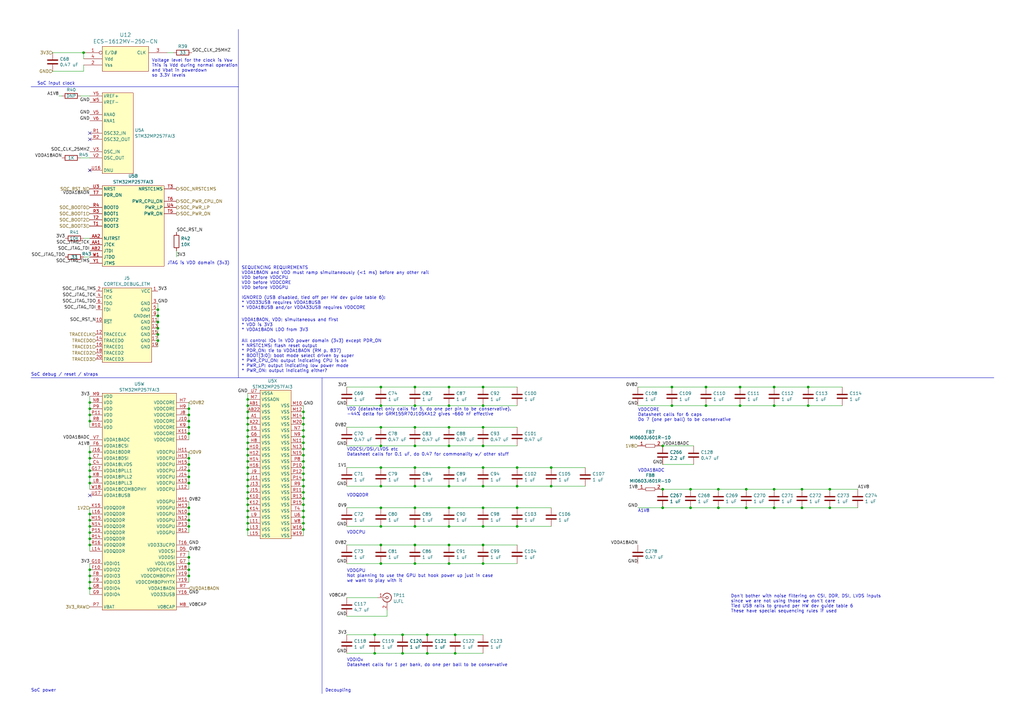
<source format=kicad_sch>
(kicad_sch (version 20250114) (generator "eeschema") (generator_version "9.0")
  (paper "A3")
  (title_block (date "2025-12-19") (rev "0.1"))
  (lib_symbols
    (symbol "conn:CONN_COAXIAL" (pin_names (offset 1.016) (hide yes))
      (property "Reference" "J" (at 0.254 3.048 0))
      (property "Value" "CONN_COAXIAL" (at 2.921 0 90))
      (symbol "CONN_COAXIAL_1_1"
        (pin passive line (at -3.81 0 0) (length 2.54) (name "In") (number "1"))
        (pin passive line (at 0 -5.08 90) (length 2.54) (name "Ext") (number "2"))
      )
    )
    (symbol "device:C" (pin_numbers (hide yes)) (pin_names (offset 0.254))
      (property "Reference" "C" (at 0.635 2.54 0))
      (property "Value" "C" (at 0.635 -2.54 0))
      (symbol "C_1_1"
        (pin passive line (at 0 3.81 270) (length 2.794) (name "~") (number "1"))
        (pin passive line (at 0 -3.81 90) (length 2.794) (name "~") (number "2"))
      )
    )
    (symbol "device:R" (pin_numbers (hide yes)) (pin_names (offset 0))
      (property "Reference" "R" (at 2.032 0 90))
      (property "Value" "R" (at 0 0 90))
      (symbol "R_1_1"
        (pin passive line (at 0 3.81 270) (length 1.27) (name "~") (number "1"))
        (pin passive line (at 0 -3.81 90) (length 1.27) (name "~") (number "2"))
      )
    )
    (symbol "osc-azonenberg:OSC" (pin_names (offset 1.016))
      (property "Reference" "U" (at 0 0 0))
      (property "Value" "OSC" (at 0 -2.54 0))
      (symbol "OSC_1_1"
        (pin input inverted (at -17.78 0 0) (length 7.62) (name "E/D#") (number "1"))
        (pin power_in line (at -17.78 -2.54 0) (length 7.62) (name "Vdd") (number "4"))
        (pin input line (at -17.78 -5.08 0) (length 7.62) (name "Vss") (number "2"))
        (pin output line (at 16.51 0 180) (length 7.62) (name "CLK") (number "3"))
      )
    )
    (symbol "passive-azonenberg:FERRITE_SMALL2" (pin_names (offset 1.016))
      (property "Reference" "FB" (at 0 2.54 0))
      (property "Value" "FERRITE_SMALL2" (at 0 -2.54 0))
      (symbol "FERRITE_SMALL2_1_1"
        (pin input line (at -5.08 0 0) (length 3.175) (name "~") (number "1"))
        (pin power_out line (at 5.08 0 180) (length 3.175) (name "~") (number "2"))
      )
    )
    (symbol "special-azonenberg:CORTEX_DEBUG_ETM"
      (property "Reference" "J" (at 0 -2.286 0))
      (property "Value" "CORTEX_DEBUG_ETM" (at -0.508 -4.826 0))
      (symbol "CORTEX_DEBUG_ETM_1_1"
        (pin output line (at -2.54 29.21 0) (length 2.54) (name "TMS") (number "2"))
        (pin output line (at -2.54 26.67 0) (length 2.54) (name "TCK") (number "4"))
        (pin input line (at -2.54 24.13 0) (length 2.54) (name "TDO") (number "6"))
        (pin output line (at -2.54 21.59 0) (length 2.54) (name "TDI") (number "8"))
        (pin output line (at -2.54 16.51 0) (length 2.54) (name "~{RST}") (number "10"))
        (pin input line (at -2.54 11.43 0) (length 2.54) (name "TRACECLK") (number "12"))
        (pin input line (at -2.54 8.89 0) (length 2.54) (name "TRACED0") (number "14"))
        (pin input line (at -2.54 6.35 0) (length 2.54) (name "TRACED1") (number "16"))
        (pin input line (at -2.54 3.81 0) (length 2.54) (name "TRACED2") (number "18"))
        (pin input line (at -2.54 1.27 0) (length 2.54) (name "TRACED3") (number "20"))
        (pin power_in line (at 22.86 29.21 180) (length 2.54) (name "VCC") (number "1"))
        (pin power_in line (at 22.86 24.13 180) (length 2.54) (name "GND") (number "3"))
        (pin power_in line (at 22.86 21.59 180) (length 2.54) (name "GND") (number "5"))
        (pin power_in line (at 22.86 19.05 180) (length 2.54) (name "GNDdet") (number "9"))
        (pin power_in line (at 22.86 16.51 180) (length 2.54) (name "GND") (number "11"))
        (pin power_in line (at 22.86 13.97 180) (length 2.54) (name "GND") (number "13"))
        (pin power_in line (at 22.86 11.43 180) (length 2.54) (name "GND") (number "15"))
        (pin power_in line (at 22.86 8.89 180) (length 2.54) (name "GND") (number "17"))
        (pin power_in line (at 22.86 6.35 180) (length 2.54) (name "GND") (number "19"))
      )
    )
    (symbol "st-azonenberg:STM32MP257FAI3"
      (property "Reference" "U" (at 0 -1.016 0))
      (property "Value" "STM32MP257FAI3" (at 0 -3.048 0))
      (symbol "STM32MP257FAI3_1_1"
        (pin power_in line (at -5.08 31.75 0) (length 5.08) (name "VREF+") (number "Y5"))
        (pin power_in line (at -5.08 29.21 0) (length 5.08) (name "VREF-") (number "W5"))
        (pin input line (at -5.08 24.13 0) (length 5.08) (name "ANA0") (number "V5"))
        (pin input line (at -5.08 21.59 0) (length 5.08) (name "ANA1") (number "V6"))
        (pin input line (at -5.08 16.51 0) (length 5.08) (name "OSC32_IN") (number "R1"))
        (pin output line (at -5.08 13.97 0) (length 5.08) (name "OSC32_OUT") (number "R2"))
        (pin input line (at -5.08 8.89 0) (length 5.08) (name "OSC_IN") (number "V3"))
        (pin output line (at -5.08 6.35 0) (length 5.08) (name "OSC_OUT") (number "V2"))
        (pin no_connect line (at -5.08 1.27 0) (length 5.08) (name "DNU") (number "U16"))
      )
      (symbol "STM32MP257FAI3_2_1"
        (pin bidirectional line (at -5.08 31.75 0) (length 5.08) (name "NRST") (number "U3"))
        (pin input line (at -5.08 29.21 0) (length 5.08) (name "PDR_ON") (number "T7"))
        (pin input line (at -5.08 24.13 0) (length 5.08) (name "BOOT0") (number "R4"))
        (pin input line (at -5.08 21.59 0) (length 5.08) (name "BOOT1") (number "R3"))
        (pin input line (at -5.08 19.05 0) (length 5.08) (name "BOOT2") (number "T2"))
        (pin input line (at -5.08 16.51 0) (length 5.08) (name "BOOT3") (number "T1"))
        (pin input line (at -5.08 11.43 0) (length 5.08) (name "NJTRST") (number "AA2"))
        (pin input line (at -5.08 8.89 0) (length 5.08) (name "JTCK") (number "AA1"))
        (pin input line (at -5.08 6.35 0) (length 5.08) (name "JTDI") (number "AB2"))
        (pin output line (at -5.08 3.81 0) (length 5.08) (name "JTDO") (number "W1"))
        (pin input line (at -5.08 1.27 0) (length 5.08) (name "JTMS") (number "Y1"))
        (pin output line (at 30.48 31.75 180) (length 5.08) (name "NRSTC1MS") (number "T3"))
        (pin output line (at 30.48 26.67 180) (length 5.08) (name "PWR_CPU_ON") (number "T6"))
        (pin output line (at 30.48 24.13 180) (length 5.08) (name "PWR_LP") (number "U4"))
        (pin output line (at 30.48 21.59 180) (length 5.08) (name "PWR_ON") (number "T5"))
      )
      (symbol "STM32MP257FAI3_3_1"
        (pin bidirectional line (at -5.08 26.67 0) (length 5.08) (name "UCPD1_CC1") (number "T15"))
        (pin bidirectional line (at -5.08 24.13 0) (length 5.08) (name "UCPD1_CC2") (number "T17"))
        (pin bidirectional line (at -5.08 19.05 0) (length 5.08) (name "USBH_HS_DP") (number "AA16"))
        (pin bidirectional line (at -5.08 16.51 0) (length 5.08) (name "USBH_HS_DM") (number "AB16"))
        (pin bidirectional line (at -5.08 11.43 0) (length 5.08) (name "USB3DR_DP") (number "W17"))
        (pin bidirectional line (at -5.08 8.89 0) (length 5.08) (name "USB3DR_DM") (number "Y17"))
        (pin input line (at -5.08 3.81 0) (length 5.08) (name "USBH_HS_TXRTUNE") (number "V16"))
        (pin input line (at -5.08 1.27 0) (length 5.08) (name "USB3DR_TXRTUNE") (number "V17"))
      )
      (symbol "STM32MP257FAI3_4_1"
        (pin input line (at -5.08 24.13 0) (length 5.08) (name "CSI_CKN") (number "D6"))
        (pin input line (at -5.08 21.59 0) (length 5.08) (name "CSI_CKP") (number "C6"))
        (pin input line (at -5.08 16.51 0) (length 5.08) (name "CSI_D0P") (number "C5"))
        (pin input line (at -5.08 13.97 0) (length 5.08) (name "CSI_D0N") (number "B5"))
        (pin input line (at -5.08 8.89 0) (length 5.08) (name "CSI_D1P") (number "D7"))
        (pin input line (at -5.08 6.35 0) (length 5.08) (name "CSI_D1N") (number "E7"))
        (pin input line (at -5.08 1.27 0) (length 5.08) (name "CSI_REXT") (number "E6"))
      )
      (symbol "STM32MP257FAI3_5_1"
        (pin output line (at -5.08 77.47 0) (length 5.08) (name "DDR_A0") (number "M16"))
        (pin output line (at -5.08 74.93 0) (length 5.08) (name "DDR_A1") (number "U18"))
        (pin output line (at -5.08 72.39 0) (length 5.08) (name "DDR_A2") (number "N16"))
        (pin output line (at -5.08 69.85 0) (length 5.08) (name "DDR_A3") (number "M17"))
        (pin output line (at -5.08 67.31 0) (length 5.08) (name "DDR_A4") (number "N19"))
        (pin output line (at -5.08 64.77 0) (length 5.08) (name "DDR_A5") (number "M19"))
        (pin output line (at -5.08 62.23 0) (length 5.08) (name "DDR_A6") (number "T18"))
        (pin output line (at -5.08 59.69 0) (length 5.08) (name "DDR_A7") (number "U19"))
        (pin output line (at -5.08 57.15 0) (length 5.08) (name "DDR_A8") (number "P19"))
        (pin output line (at -5.08 54.61 0) (length 5.08) (name "DDR_A9") (number "P18"))
        (pin output line (at -5.08 52.07 0) (length 5.08) (name "DDR_A10") (number "N18"))
        (pin output line (at -5.08 49.53 0) (length 5.08) (name "DDR_A11") (number "N17"))
        (pin output line (at -5.08 46.99 0) (length 5.08) (name "DDR_A12") (number "K19"))
        (pin output line (at -5.08 44.45 0) (length 5.08) (name "DDR_A13") (number "K18"))
        (pin output line (at -5.08 41.91 0) (length 5.08) (name "DDR_A14") (number "L18"))
        (pin output line (at -5.08 39.37 0) (length 5.08) (name "DDR_A15") (number "L17"))
        (pin output line (at -5.08 36.83 0) (length 5.08) (name "DDR_A16") (number "J18"))
        (pin output line (at -5.08 34.29 0) (length 5.08) (name "DDR_A17") (number "H18"))
        (pin output line (at -5.08 31.75 0) (length 5.08) (name "DDR_A18") (number "H19"))
        (pin output line (at -5.08 29.21 0) (length 5.08) (name "DDR_A19") (number "K17"))
        (pin output line (at -5.08 26.67 0) (length 5.08) (name "DDR_A20") (number "G18"))
        (pin output line (at -5.08 24.13 0) (length 5.08) (name "DDR_A21") (number "J19"))
        (pin output line (at -5.08 21.59 0) (length 5.08) (name "DDR_A22") (number "H17"))
        (pin output line (at -5.08 19.05 0) (length 5.08) (name "DDR_A23") (number "J17"))
        (pin output line (at -5.08 16.51 0) (length 5.08) (name "DDR_A25") (number "R17"))
        (pin output line (at -5.08 13.97 0) (length 5.08) (name "DDR_A26") (number "R19"))
        (pin output line (at -5.08 11.43 0) (length 5.08) (name "DDR_A27") (number "R18"))
        (pin output line (at -5.08 8.89 0) (length 5.08) (name "DDR_A28") (number "M18"))
        (pin output line (at -5.08 6.35 0) (length 5.08) (name "DDR_A29") (number "T19"))
        (pin output line (at -5.08 3.81 0) (length 5.08) (name "DDR_A30") (number "P17"))
        (pin output line (at -5.08 1.27 0) (length 5.08) (name "DDR_A31") (number "P16"))
      )
      (symbol "STM32MP257FAI3_6_1"
        (pin output line (at -5.08 80.01 0) (length 5.08) (name "DDR_DQM0") (number "W21"))
        (pin output line (at -5.08 77.47 0) (length 5.08) (name "DDR_DQM1") (number "P20"))
        (pin output line (at -5.08 74.93 0) (length 5.08) (name "DDR_DQM2") (number "E21"))
        (pin output line (at -5.08 72.39 0) (length 5.08) (name "DDR_DQM3") (number "H20"))
        (pin bidirectional line (at -5.08 67.31 0) (length 5.08) (name "DDR_DQS0_P") (number "V20"))
        (pin bidirectional line (at -5.08 64.77 0) (length 5.08) (name "DDR_DQS0_N") (number "W20"))
        (pin bidirectional line (at -5.08 59.69 0) (length 5.08) (name "DDR_DQS1_P") (number "N20"))
        (pin bidirectional line (at -5.08 57.15 0) (length 5.08) (name "DDR_DQS1_N") (number "N21"))
        (pin bidirectional line (at -5.08 52.07 0) (length 5.08) (name "DDR_DQS2_P") (number "D21"))
        (pin bidirectional line (at -5.08 49.53 0) (length 5.08) (name "DDR_DQS2_N") (number "D22"))
        (pin bidirectional line (at -5.08 44.45 0) (length 5.08) (name "DDR_DQS3_P") (number "H22"))
        (pin bidirectional line (at -5.08 41.91 0) (length 5.08) (name "DDR_DQS3_N") (number "H21"))
        (pin input line (at -5.08 36.83 0) (length 5.08) (name "DDR_VREF") (number "L20"))
        (pin input line (at -5.08 34.29 0) (length 5.08) (name "DDR_ZQ") (number "K16"))
        (pin output line (at -5.08 29.21 0) (length 5.08) (name "DDR_RESETN") (number "F18"))
        (pin bidirectional line (at 34.29 80.01 180) (length 5.08) (name "DDR_DQ0") (number "W22"))
        (pin bidirectional line (at 34.29 77.47 180) (length 5.08) (name "DDR_DQ1") (number "Y21"))
        (pin bidirectional line (at 34.29 74.93 180) (length 5.08) (name "DDR_DQ2") (number "Y22"))
        (pin bidirectional line (at 34.29 72.39 180) (length 5.08) (name "DDR_DQ3") (number "AA22"))
        (pin bidirectional line (at 34.29 69.85 180) (length 5.08) (name "DDR_DQ4") (number "T21"))
        (pin bidirectional line (at 34.29 67.31 180) (length 5.08) (name "DDR_DQ5") (number "T20"))
        (pin bidirectional line (at 34.29 64.77 180) (length 5.08) (name "DDR_DQ6") (number "U21"))
        (pin bidirectional line (at 34.29 62.23 180) (length 5.08) (name "DDR_DQ7") (number "U20"))
        (pin bidirectional line (at 34.29 59.69 180) (length 5.08) (name "DDR_DQ8") (number "M21"))
        (pin bidirectional line (at 34.29 57.15 180) (length 5.08) (name "DDR_DQ9") (number "M22"))
        (pin bidirectional line (at 34.29 54.61 180) (length 5.08) (name "DDR_DQ10") (number "L21"))
        (pin bidirectional line (at 34.29 52.07 180) (length 5.08) (name "DDR_DQ11") (number "L22"))
        (pin bidirectional line (at 34.29 49.53 180) (length 5.08) (name "DDR_DQ12") (number "T22"))
        (pin bidirectional line (at 34.29 46.99 180) (length 5.08) (name "DDR_DQ13") (number "R20"))
        (pin bidirectional line (at 34.29 44.45 180) (length 5.08) (name "DDR_DQ14") (number "R21"))
        (pin bidirectional line (at 34.29 41.91 180) (length 5.08) (name "DDR_DQ15") (number "R22"))
        (pin bidirectional line (at 34.29 39.37 180) (length 5.08) (name "DDR_DQ16") (number "D20"))
        (pin bidirectional line (at 34.29 36.83 180) (length 5.08) (name "DDR_DQ17") (number "C22"))
        (pin bidirectional line (at 34.29 34.29 180) (length 5.08) (name "DDR_DQ18") (number "C21"))
        (pin bidirectional line (at 34.29 31.75 180) (length 5.08) (name "DDR_DQ19") (number "B22"))
        (pin bidirectional line (at 34.29 29.21 180) (length 5.08) (name "DDR_DQ20") (number "F20"))
        (pin bidirectional line (at 34.29 26.67 180) (length 5.08) (name "DDR_DQ21") (number "F19"))
        (pin bidirectional line (at 34.29 24.13 180) (length 5.08) (name "DDR_DQ22") (number "E19"))
        (pin bidirectional line (at 34.29 21.59 180) (length 5.08) (name "DDR_DQ23") (number "E20"))
        (pin bidirectional line (at 34.29 19.05 180) (length 5.08) (name "DDR_DQ24") (number "G19"))
        (pin bidirectional line (at 34.29 16.51 180) (length 5.08) (name "DDR_DQ25") (number "G22"))
        (pin bidirectional line (at 34.29 13.97 180) (length 5.08) (name "DDR_DQ26") (number "G21"))
        (pin bidirectional line (at 34.29 11.43 180) (length 5.08) (name "DDR_DQ27") (number "G20"))
        (pin bidirectional line (at 34.29 8.89 180) (length 5.08) (name "DDQ_DQ28") (number "J21"))
        (pin bidirectional line (at 34.29 6.35 180) (length 5.08) (name "DDR_DQ29") (number "J20"))
        (pin bidirectional line (at 34.29 3.81 180) (length 5.08) (name "DDR_DQ30") (number "K20"))
        (pin bidirectional line (at 34.29 1.27 180) (length 5.08) (name "DDR_DQ31") (number "L19"))
      )
      (symbol "STM32MP257FAI3_7_1"
        (pin output line (at -5.08 39.37 0) (length 5.08) (name "DSI_CKP") (number "A8"))
        (pin output line (at -5.08 36.83 0) (length 5.08) (name "DSI_CKN") (number "B8"))
        (pin output line (at -5.08 31.75 0) (length 5.08) (name "DSI_D0P") (number "C9"))
        (pin output line (at -5.08 29.21 0) (length 5.08) (name "DSI_D0N") (number "B9"))
        (pin output line (at -5.08 24.13 0) (length 5.08) (name "DSI_D1P") (number "D9"))
        (pin output line (at -5.08 21.59 0) (length 5.08) (name "DSI_D1N") (number "E9"))
        (pin output line (at -5.08 16.51 0) (length 5.08) (name "DSI_D2P") (number "C8"))
        (pin output line (at -5.08 13.97 0) (length 5.08) (name "DSI_D2N") (number "D8"))
        (pin output line (at -5.08 8.89 0) (length 5.08) (name "DSI_D3P") (number "A7"))
        (pin output line (at -5.08 6.35 0) (length 5.08) (name "DSI_D3N") (number "B7"))
        (pin input line (at -5.08 1.27 0) (length 5.08) (name "DSI_REXT") (number "E8"))
      )
      (symbol "STM32MP257FAI3_8_1"
        (pin output line (at -5.08 34.29 0) (length 5.08) (name "LVDS1_D0P") (number "D4"))
        (pin output line (at -5.08 31.75 0) (length 5.08) (name "LVDS1_D0N") (number "D3"))
        (pin output line (at -5.08 26.67 0) (length 5.08) (name "LVDS1_D1P") (number "D2"))
        (pin output line (at -5.08 24.13 0) (length 5.08) (name "LVDS1_D1N") (number "D1"))
        (pin output line (at -5.08 19.05 0) (length 5.08) (name "LVDS1_D2P") (number "E3"))
        (pin output line (at -5.08 16.51 0) (length 5.08) (name "LVDS1_D2N") (number "E4"))
        (pin output line (at -5.08 11.43 0) (length 5.08) (name "LVDS1_D3P") (number "F2"))
        (pin output line (at -5.08 8.89 0) (length 5.08) (name "LVDS1_D3N") (number "F3"))
        (pin output line (at -5.08 3.81 0) (length 5.08) (name "LVDS1_D4P") (number "F4"))
        (pin output line (at -5.08 1.27 0) (length 5.08) (name "LVDS1_D4N") (number "F5"))
      )
      (symbol "STM32MP257FAI3_9_1"
        (pin output line (at -5.08 34.29 0) (length 5.08) (name "LVDS2_D0P") (number "A4"))
        (pin output line (at -5.08 31.75 0) (length 5.08) (name "LVDS2_D0N") (number "B4"))
        (pin output line (at -5.08 26.67 0) (length 5.08) (name "LVDS2_D1P") (number "A2"))
        (pin output line (at -5.08 24.13 0) (length 5.08) (name "LVDS2_D1N") (number "A3"))
        (pin output line (at -5.08 19.05 0) (length 5.08) (name "LVDS2_D2P") (number "C3"))
        (pin output line (at -5.08 16.51 0) (length 5.08) (name "LVDS2_D2N") (number "B3"))
        (pin output line (at -5.08 11.43 0) (length 5.08) (name "LVDS2_D3P") (number "C1"))
        (pin output line (at -5.08 8.89 0) (length 5.08) (name "LVDS2_D3N") (number "C2"))
        (pin output line (at -5.08 3.81 0) (length 5.08) (name "LVDS2_D4P") (number "B1"))
        (pin output line (at -5.08 1.27 0) (length 5.08) (name "LVDS2_D4N") (number "B2"))
      )
      (symbol "STM32MP257FAI3_10_1"
        (pin input line (at -5.08 31.75 0) (length 5.08) (name "PCIE_CLKINP") (number "Y18"))
        (pin input line (at -5.08 29.21 0) (length 5.08) (name "PCIE_CLKINN") (number "AA18"))
        (pin output line (at -5.08 24.13 0) (length 5.08) (name "PCIE_CLKOUTP") (number "AA21"))
        (pin output line (at -5.08 21.59 0) (length 5.08) (name "PCIE_CLKOUTN") (number "AB21"))
        (pin passive line (at -5.08 16.51 0) (length 5.08) (name "COMBOPHY_REXT") (number "Y20"))
        (pin input line (at -5.08 11.43 0) (length 5.08) (name "COMBOPHY_RX1P") (number "AA20"))
        (pin input line (at -5.08 8.89 0) (length 5.08) (name "COMBOPHY_RX1N") (number "AB20"))
        (pin output line (at -5.08 3.81 0) (length 5.08) (name "COMBOPHY_TX1P") (number "AA19"))
        (pin output line (at -5.08 1.27 0) (length 5.08) (name "COMBOPHY_TX1N") (number "AB19"))
      )
      (symbol "STM32MP257FAI3_11_1"
        (pin bidirectional line (at -5.08 39.37 0) (length 5.08) (name "PA0") (number "Y2"))
        (pin bidirectional line (at -5.08 36.83 0) (length 5.08) (name "PA1") (number "V15") (alternate "I2C4_SDA" bidirectional line) (alternate "I2C6_SDA" bidirectional line))
        (pin bidirectional line (at -5.08 34.29 0) (length 5.08) (name "PA2") (number "W13") (alternate "USART1_RX" bidirectional line))
        (pin bidirectional line (at -5.08 31.75 0) (length 5.08) (name "PA3") (number "T14") (alternate "USART1_TX" bidirectional line))
        (pin bidirectional line (at -5.08 29.21 0) (length 5.08) (name "PA4") (number "Y15"))
        (pin bidirectional line (at -5.08 26.67 0) (length 5.08) (name "PA5") (number "Y13"))
        (pin bidirectional line (at -5.08 24.13 0) (length 5.08) (name "PA6") (number "V14"))
        (pin bidirectional line (at -5.08 21.59 0) (length 5.08) (name "PA7") (number "Y14"))
        (pin bidirectional line (at -5.08 19.05 0) (length 5.08) (name "PA8") (number "W15"))
        (pin bidirectional line (at -5.08 16.51 0) (length 5.08) (name "PA9") (number "T12"))
        (pin bidirectional line (at -5.08 13.97 0) (length 5.08) (name "PA10") (number "U13"))
        (pin bidirectional line (at -5.08 11.43 0) (length 5.08) (name "PA11") (number "W12"))
        (pin bidirectional line (at -5.08 8.89 0) (length 5.08) (name "PA12") (number "U12") (alternate "I2C4_SCL" bidirectional line) (alternate "I2C6_SCL" bidirectional line))
        (pin bidirectional line (at -5.08 6.35 0) (length 5.08) (name "PA13") (number "Y12"))
        (pin bidirectional line (at -5.08 3.81 0) (length 5.08) (name "PA14") (number "U10"))
        (pin bidirectional line (at -5.08 1.27 0) (length 5.08) (name "PA15") (number "T10"))
      )
      (symbol "STM32MP257FAI3_12_1"
        (text "VDDIO4" (at 21.59 25.654 900) (effects (font (size 1.27 1.27))))
        (pin bidirectional line (at -5.08 39.37 0) (length 5.08) (name "PB0") (number "C11") (alternate "OCTOSPIM_P2_IO0" bidirectional line))
        (pin bidirectional line (at -5.08 36.83 0) (length 5.08) (name "PB1") (number "D11") (alternate "OCTOSPIM_P2_IO1" bidirectional line))
        (pin bidirectional line (at -5.08 34.29 0) (length 5.08) (name "PB2") (number "C10") (alternate "OCTOSPIM_P2_IO2" bidirectional line))
        (pin bidirectional line (at -5.08 31.75 0) (length 5.08) (name "PB3") (number "E10") (alternate "OCTOSPIM_P2_IO3" bidirectional line))
        (pin bidirectional line (at -5.08 29.21 0) (length 5.08) (name "PB4") (number "D10") (alternate "OCTOSPIM_P2_IO4" bidirectional line))
        (pin bidirectional line (at -5.08 26.67 0) (length 5.08) (name "PB5") (number "B11") (alternate "OCTOSPIM_P2_IO5" bidirectional line))
        (pin bidirectional line (at -5.08 24.13 0) (length 5.08) (name "PB6") (number "C12") (alternate "OCTOSPIM_P2_IO6" bidirectional line))
        (pin bidirectional line (at -5.08 21.59 0) (length 5.08) (name "PB7") (number "D12") (alternate "OCTOSPIM_P2_IO7" bidirectional line))
        (pin bidirectional line (at -5.08 19.05 0) (length 5.08) (name "PB8") (number "G11") (alternate "OCTOSPIM_P2_NCS1" bidirectional line) (alternate "USART1_TX" bidirectional line))
        (pin bidirectional line (at -5.08 16.51 0) (length 5.08) (name "PB9") (number "A12") (alternate "OCTOSPIM_P2_DQS" bidirectional line))
        (pin bidirectional line (at -5.08 13.97 0) (length 5.08) (name "PB10") (number "A11") (alternate "OCTOSPIM_P2_CLK" bidirectional line) (alternate "USART1_RX" bidirectional line))
        (pin bidirectional line (at -5.08 11.43 0) (length 5.08) (name "PB11") (number "B12") (alternate "OCTOSPIM_P2_NCLK" bidirectional line))
        (pin bidirectional line (at -5.08 8.89 0) (length 5.08) (name "PB12") (number "B20"))
        (pin bidirectional line (at -5.08 6.35 0) (length 5.08) (name "PB13") (number "D19"))
        (pin bidirectional line (at -5.08 3.81 0) (length 5.08) (name "PB14") (number "C20"))
        (pin bidirectional line (at -5.08 1.27 0) (length 5.08) (name "PB15") (number "AB4"))
      )
      (symbol "STM32MP257FAI3_13_1"
        (pin bidirectional line (at -5.08 34.29 0) (length 5.08) (name "PC0") (number "AA12"))
        (pin bidirectional line (at -5.08 31.75 0) (length 5.08) (name "PC1") (number "V11"))
        (pin bidirectional line (at -5.08 29.21 0) (length 5.08) (name "PC2") (number "Y11"))
        (pin bidirectional line (at -5.08 26.67 0) (length 5.08) (name "PC3") (number "W9"))
        (pin bidirectional line (at -5.08 24.13 0) (length 5.08) (name "PC4") (number "V9"))
        (pin bidirectional line (at -5.08 21.59 0) (length 5.08) (name "PC5") (number "U9") (alternate "I2C4_SDA" bidirectional line))
        (pin bidirectional line (at -5.08 19.05 0) (length 5.08) (name "PC6") (number "AA10") (alternate "I2C4_SCL" bidirectional line))
        (pin bidirectional line (at -5.08 16.51 0) (length 5.08) (name "PC7") (number "AF9"))
        (pin bidirectional line (at -5.08 13.97 0) (length 5.08) (name "PC8") (number "V8"))
        (pin bidirectional line (at -5.08 11.43 0) (length 5.08) (name "PC9") (number "U8"))
        (pin bidirectional line (at -5.08 8.89 0) (length 5.08) (name "PC10") (number "AG10"))
        (pin bidirectional line (at -5.08 6.35 0) (length 5.08) (name "PC11") (number "AB7"))
        (pin bidirectional line (at -5.08 3.81 0) (length 5.08) (name "PC12") (number "Y7") (alternate "I2C3_SCL" bidirectional line))
        (pin bidirectional line (at -5.08 1.27 0) (length 5.08) (name "PC13") (number "P6"))
      )
      (symbol "STM32MP257FAI3_14_1"
        (text "VDDIO3" (at 21.59 25.654 900) (effects (font (size 1.27 1.27))))
        (pin bidirectional line (at -5.08 39.37 0) (length 5.08) (name "PD0") (number "D14") (alternate "OCTOSPIM_P1_CLK" bidirectional line) (alternate "TRACECLK" bidirectional line))
        (pin bidirectional line (at -5.08 36.83 0) (length 5.08) (name "PD1") (number "E15"))
        (pin bidirectional line (at -5.08 34.29 0) (length 5.08) (name "PD2") (number "E14"))
        (pin bidirectional line (at -5.08 31.75 0) (length 5.08) (name "PD3") (number "C15") (alternate "OCTOSPIM_P1_NCS1" bidirectional line))
        (pin bidirectional line (at -5.08 29.21 0) (length 5.08) (name "PD4") (number "C14") (alternate "OCTOSPIM_P1_IO0" bidirectional line) (alternate "TRACED0" bidirectional line))
        (pin bidirectional line (at -5.08 26.67 0) (length 5.08) (name "PD5") (number "B15") (alternate "OCTOSPIM_P1_IO1" bidirectional line) (alternate "TRACED1" bidirectional line))
        (pin bidirectional line (at -5.08 24.13 0) (length 5.08) (name "PD6") (number "A15") (alternate "OCTOSPIM_P1_IO2" bidirectional line) (alternate "TRACED2" bidirectional line))
        (pin bidirectional line (at -5.08 21.59 0) (length 5.08) (name "PD7") (number "D15") (alternate "OCTOSPIM_P1_IO3" bidirectional line) (alternate "TRACED3" bidirectional line))
        (pin bidirectional line (at -5.08 19.05 0) (length 5.08) (name "PD8") (number "C13"))
        (pin bidirectional line (at -5.08 16.51 0) (length 5.08) (name "PD9") (number "B13"))
        (pin bidirectional line (at -5.08 13.97 0) (length 5.08) (name "PD10") (number "D13") (alternate "I2C4_SDA" bidirectional line))
        (pin bidirectional line (at -5.08 11.43 0) (length 5.08) (name "PD11") (number "E13") (alternate "I2C4_SCL" bidirectional line))
        (pin bidirectional line (at -5.08 8.89 0) (length 5.08) (name "PD12") (number "A21"))
        (pin bidirectional line (at -5.08 6.35 0) (length 5.08) (name "PD13") (number "B21"))
        (pin bidirectional line (at -5.08 3.81 0) (length 5.08) (name "PD14") (number "G15"))
        (pin bidirectional line (at -5.08 1.27 0) (length 5.08) (name "PD15") (number "F16"))
      )
      (symbol "STM32MP257FAI3_15_1"
        (text "VDDIO1" (at 21.844 33.02 900) (effects (font (size 1.27 1.27))))
        (text "VDDIO2" (at 21.844 12.7 900) (effects (font (size 1.27 1.27))))
        (pin bidirectional line (at -5.08 39.37 0) (length 5.08) (name "PE0") (number "A16") (alternate "TRACED2" bidirectional line))
        (pin bidirectional line (at -5.08 36.83 0) (length 5.08) (name "PE1") (number "B16") (alternate "TRACED3" bidirectional line))
        (pin bidirectional line (at -5.08 34.29 0) (length 5.08) (name "PE2") (number "C16"))
        (pin bidirectional line (at -5.08 31.75 0) (length 5.08) (name "PE3") (number "D16") (alternate "TRACECLK" bidirectional line))
        (pin bidirectional line (at -5.08 29.21 0) (length 5.08) (name "PE4") (number "B17") (alternate "TRACED0" bidirectional line))
        (pin bidirectional line (at -5.08 26.67 0) (length 5.08) (name "PE5") (number "C17") (alternate "TRACED1" bidirectional line))
        (pin bidirectional line (at -5.08 24.13 0) (length 5.08) (name "PE6") (number "E16") (alternate "USART1_TX" bidirectional line))
        (pin bidirectional line (at -5.08 21.59 0) (length 5.08) (name "PE7") (number "D17") (alternate "USART1_RX" bidirectional line))
        (pin bidirectional line (at -5.08 19.05 0) (length 5.08) (name "PE8") (number "C18"))
        (pin bidirectional line (at -5.08 16.51 0) (length 5.08) (name "PE9") (number "D18"))
        (pin bidirectional line (at -5.08 13.97 0) (length 5.08) (name "PE10") (number "A19"))
        (pin bidirectional line (at -5.08 11.43 0) (length 5.08) (name "PE11") (number "E17"))
        (pin bidirectional line (at -5.08 8.89 0) (length 5.08) (name "PE12") (number "C19"))
        (pin bidirectional line (at -5.08 6.35 0) (length 5.08) (name "PE13") (number "B19"))
        (pin bidirectional line (at -5.08 3.81 0) (length 5.08) (name "PE14") (number "A20"))
        (pin bidirectional line (at -5.08 1.27 0) (length 5.08) (name "PE15") (number "F17"))
      )
      (symbol "STM32MP257FAI3_16_1"
        (pin bidirectional line (at -5.08 39.37 0) (length 5.08) (name "PF0") (number "V12"))
        (pin bidirectional line (at -5.08 36.83 0) (length 5.08) (name "PF1") (number "W11"))
        (pin bidirectional line (at -5.08 34.29 0) (length 5.08) (name "PF2") (number "V10"))
        (pin bidirectional line (at -5.08 31.75 0) (length 5.08) (name "PF3") (number "W10"))
        (pin bidirectional line (at -5.08 29.21 0) (length 5.08) (name "PF4") (number "Y10"))
        (pin bidirectional line (at -5.08 26.67 0) (length 5.08) (name "PF5") (number "Y9"))
        (pin bidirectional line (at -5.08 24.13 0) (length 5.08) (name "PF6") (number "AB8"))
        (pin bidirectional line (at -5.08 21.59 0) (length 5.08) (name "PF7") (number "T9"))
        (pin bidirectional line (at -5.08 19.05 0) (length 5.08) (name "PF8") (number "AA8"))
        (pin bidirectional line (at -5.08 16.51 0) (length 5.08) (name "PF9") (number "AA7"))
        (pin bidirectional line (at -5.08 13.97 0) (length 5.08) (name "PF10") (number "AE5"))
        (pin bidirectional line (at -5.08 11.43 0) (length 5.08) (name "PF11") (number "Y6"))
        (pin bidirectional line (at -5.08 8.89 0) (length 5.08) (name "PF12") (number "K3") (alternate "TRACECLK" bidirectional line))
        (pin bidirectional line (at -5.08 6.35 0) (length 5.08) (name "PF13") (number "L4") (alternate "TRACED0" bidirectional line))
        (pin bidirectional line (at -5.08 3.81 0) (length 5.08) (name "PF14") (number "H1") (alternate "TRACED1" bidirectional line))
        (pin bidirectional line (at -5.08 1.27 0) (length 5.08) (name "PF15") (number "L7") (alternate "TRACED2" bidirectional line))
      )
      (symbol "STM32MP257FAI3_17_1"
        (pin bidirectional line (at -5.08 39.37 0) (length 5.08) (name "PG0") (number "W7") (alternate "I2C3_SDA" bidirectional line))
        (pin bidirectional line (at -5.08 36.83 0) (length 5.08) (name "PG1") (number "W6") (alternate "I2C3_SCL" bidirectional line))
        (pin bidirectional line (at -5.08 34.29 0) (length 5.08) (name "PG2") (number "Y4") (alternate "I2C3_SDA" bidirectional line))
        (pin bidirectional line (at -5.08 31.75 0) (length 5.08) (name "PG3") (number "W4"))
        (pin bidirectional line (at -5.08 29.21 0) (length 5.08) (name "PG4") (number "AA4"))
        (pin bidirectional line (at -5.08 26.67 0) (length 5.08) (name "PG5") (number "L1") (alternate "I2C6_SDA" bidirectional line) (alternate "TRACED3" bidirectional line))
        (pin bidirectional line (at -5.08 24.13 0) (length 5.08) (name "PG6") (number "H2") (alternate "I2C6_SCL" bidirectional line))
        (pin bidirectional line (at -5.08 21.59 0) (length 5.08) (name "PG7") (number "K4"))
        (pin bidirectional line (at -5.08 19.05 0) (length 5.08) (name "PG8") (number "L5"))
        (pin bidirectional line (at -5.08 16.51 0) (length 5.08) (name "PG9") (number "G3"))
        (pin bidirectional line (at -5.08 13.97 0) (length 5.08) (name "PG10") (number "H3"))
        (pin bidirectional line (at -5.08 11.43 0) (length 5.08) (name "PG11") (number "J4"))
        (pin bidirectional line (at -5.08 8.89 0) (length 5.08) (name "PG12") (number "J3"))
        (pin bidirectional line (at -5.08 6.35 0) (length 5.08) (name "PG13") (number "K5"))
        (pin bidirectional line (at -5.08 3.81 0) (length 5.08) (name "PG14") (number "G4") (alternate "USART1_TX" bidirectional line))
        (pin bidirectional line (at -5.08 1.27 0) (length 5.08) (name "PG15") (number "H4") (alternate "USART1_RX" bidirectional line))
      )
      (symbol "STM32MP257FAI3_18_1"
        (pin bidirectional line (at -5.08 29.21 0) (length 5.08) (name "PH2") (number "V13") (alternate "I2C3_SDA" bidirectional line))
        (pin bidirectional line (at -5.08 26.67 0) (length 5.08) (name "PH3") (number "W14"))
        (pin bidirectional line (at -5.08 24.13 0) (length 5.08) (name "PH4") (number "AB15"))
        (pin bidirectional line (at -5.08 21.59 0) (length 5.08) (name "PH5") (number "AA15"))
        (pin bidirectional line (at -5.08 19.05 0) (length 5.08) (name "PH6") (number "AA14") (alternate "I2C3_SCL" bidirectional line))
        (pin bidirectional line (at -5.08 16.51 0) (length 5.08) (name "PH7") (number "T13"))
        (pin bidirectional line (at -5.08 13.97 0) (length 5.08) (name "PH8") (number "U14"))
        (pin bidirectional line (at -5.08 11.43 0) (length 5.08) (name "PH9") (number "AB12"))
        (pin bidirectional line (at -5.08 8.89 0) (length 5.08) (name "PH10") (number "U11"))
        (pin bidirectional line (at -5.08 6.35 0) (length 5.08) (name "PH11") (number "T11"))
        (pin bidirectional line (at -5.08 3.81 0) (length 5.08) (name "PH12") (number "AA11"))
        (pin bidirectional line (at -5.08 1.27 0) (length 5.08) (name "PH13") (number "AB11"))
      )
      (symbol "STM32MP257FAI3_19_1"
        (pin bidirectional line (at -5.08 39.37 0) (length 5.08) (name "PI0") (number "G5"))
        (pin bidirectional line (at -5.08 36.83 0) (length 5.08) (name "PI1") (number "H6"))
        (pin bidirectional line (at -5.08 34.29 0) (length 5.08) (name "PI2") (number "J5"))
        (pin bidirectional line (at -5.08 31.75 0) (length 5.08) (name "PI3") (number "J6"))
        (pin bidirectional line (at -5.08 29.21 0) (length 5.08) (name "PI4") (number "K6"))
        (pin bidirectional line (at -5.08 26.67 0) (length 5.08) (name "PI5") (number "H5"))
        (pin bidirectional line (at -5.08 24.13 0) (length 5.08) (name "PI6") (number "J7"))
        (pin bidirectional line (at -5.08 21.59 0) (length 5.08) (name "PI7") (number "L6"))
        (pin bidirectional line (at -5.08 19.05 0) (length 5.08) (name "PI8") (number "M6"))
        (pin bidirectional line (at -5.08 16.51 0) (length 5.08) (name "PI9") (number "K7"))
        (pin bidirectional line (at -5.08 13.97 0) (length 5.08) (name "PI10") (number "G16"))
        (pin bidirectional line (at -5.08 11.43 0) (length 5.08) (name "PI11") (number "E18"))
        (pin bidirectional line (at -5.08 8.89 0) (length 5.08) (name "PI12") (number "G1"))
        (pin bidirectional line (at -5.08 6.35 0) (length 5.08) (name "PI13") (number "G2"))
        (pin bidirectional line (at -5.08 3.81 0) (length 5.08) (name "PI14") (number "G13"))
        (pin bidirectional line (at -5.08 1.27 0) (length 5.08) (name "PI15") (number "E11"))
      )
      (symbol "STM32MP257FAI3_20_1"
        (pin bidirectional line (at -5.08 39.37 0) (length 5.08) (name "PJ0") (number "U15"))
        (pin bidirectional line (at -5.08 36.83 0) (length 5.08) (name "PJ1") (number "Y3"))
        (pin bidirectional line (at -5.08 34.29 0) (length 5.08) (name "PJ2") (number "AB3"))
        (pin bidirectional line (at -5.08 31.75 0) (length 5.08) (name "PJ3") (number "AA3"))
        (pin bidirectional line (at -5.08 29.21 0) (length 5.08) (name "PJ4") (number "W3"))
        (pin bidirectional line (at -5.08 26.67 0) (length 5.08) (name "PJ5") (number "V4"))
        (pin bidirectional line (at -5.08 24.13 0) (length 5.08) (name "PJ6") (number "U5"))
        (pin bidirectional line (at -5.08 21.59 0) (length 5.08) (name "PJ7") (number "W2"))
        (pin bidirectional line (at -5.08 19.05 0) (length 5.08) (name "PJ8") (number "M2"))
        (pin bidirectional line (at -5.08 16.51 0) (length 5.08) (name "PJ9") (number "M1"))
        (pin bidirectional line (at -5.08 13.97 0) (length 5.08) (name "PJ10") (number "M3"))
        (pin bidirectional line (at -5.08 11.43 0) (length 5.08) (name "PJ11") (number "M5"))
        (pin bidirectional line (at -5.08 8.89 0) (length 5.08) (name "PJ12") (number "L2"))
        (pin bidirectional line (at -5.08 6.35 0) (length 5.08) (name "PJ13") (number "M4"))
        (pin bidirectional line (at -5.08 3.81 0) (length 5.08) (name "PJ14") (number "L3"))
        (pin bidirectional line (at -5.08 1.27 0) (length 5.08) (name "PJ15") (number "K2"))
      )
      (symbol "STM32MP257FAI3_21_1"
        (pin bidirectional line (at -5.08 19.05 0) (length 5.08) (name "PK0") (number "F12"))
        (pin bidirectional line (at -5.08 16.51 0) (length 5.08) (name "PK1") (number "E12"))
        (pin bidirectional line (at -5.08 13.97 0) (length 5.08) (name "PK2") (number "F13") (alternate "I2C6_SDA" bidirectional line))
        (pin bidirectional line (at -5.08 11.43 0) (length 5.08) (name "PK3") (number "F15"))
        (pin bidirectional line (at -5.08 8.89 0) (length 5.08) (name "PK4") (number "F11"))
        (pin bidirectional line (at -5.08 6.35 0) (length 5.08) (name "PK5") (number "F14") (alternate "USART1_TX" bidirectional line))
        (pin bidirectional line (at -5.08 3.81 0) (length 5.08) (name "PK6") (number "G12") (alternate "I2C6_SCL" bidirectional line))
        (pin bidirectional line (at -5.08 1.27 0) (length 5.08) (name "PK7") (number "G14") (alternate "USART1_RX" bidirectional line))
      )
      (symbol "STM32MP257FAI3_22_1"
        (pin bidirectional line (at -5.08 24.13 0) (length 5.08) (name "PZ0") (number "N5") (alternate "LPUART1_TX" output line))
        (pin bidirectional line (at -5.08 21.59 0) (length 5.08) (name "PZ1") (number "N6") (alternate "LPUART1_RX" bidirectional line))
        (pin bidirectional line (at -5.08 19.05 0) (length 5.08) (name "PZ2") (number "P4"))
        (pin bidirectional line (at -5.08 16.51 0) (length 5.08) (name "PZ3") (number "N4"))
        (pin bidirectional line (at -5.08 13.97 0) (length 5.08) (name "PZ4") (number "R5") (alternate "LPUART1_RX" bidirectional line))
        (pin bidirectional line (at -5.08 11.43 0) (length 5.08) (name "PZ5") (number "P5"))
        (pin bidirectional line (at -5.08 8.89 0) (length 5.08) (name "PZ6") (number "R6"))
        (pin bidirectional line (at -5.08 6.35 0) (length 5.08) (name "PZ7") (number "P2") (alternate "LPUART1_TX" bidirectional line))
        (pin bidirectional line (at -5.08 3.81 0) (length 5.08) (name "PZ8") (number "P3") (alternate "LPUART1_RX" bidirectional line))
        (pin bidirectional line (at -5.08 1.27 0) (length 5.08) (name "PZ9") (number "N3") (alternate "LPUART1_TX" bidirectional line))
      )
      (symbol "STM32MP257FAI3_23_1"
        (pin power_in line (at -5.08 87.63 0) (length 5.08) (name "VDD") (number "M9"))
        (pin power_in line (at -5.08 85.09 0) (length 5.08) (name "VDD") (number "N8"))
        (pin power_in line (at -5.08 82.55 0) (length 5.08) (name "VDD") (number "P9"))
        (pin power_in line (at -5.08 80.01 0) (length 5.08) (name "VDD") (number "P11"))
        (pin power_in line (at -5.08 77.47 0) (length 5.08) (name "VDD") (number "R8"))
        (pin power_in line (at -5.08 74.93 0) (length 5.08) (name "VDD") (number "R10"))
        (pin power_in line (at -5.08 69.85 0) (length 5.08) (name "VDDA18ADC") (number "V7"))
        (pin power_in line (at -5.08 67.31 0) (length 5.08) (name "VDDA18CSI") (number "F6"))
        (pin power_in line (at -5.08 64.77 0) (length 5.08) (name "VDDA18DDR") (number "J16"))
        (pin power_in line (at -5.08 62.23 0) (length 5.08) (name "VDDA18DSI") (number "C7"))
        (pin power_in line (at -5.08 59.69 0) (length 5.08) (name "VDDA18LVDS") (number "C4"))
        (pin power_in line (at -5.08 57.15 0) (length 5.08) (name "VDDA18PLL1") (number "G17"))
        (pin power_in line (at -5.08 54.61 0) (length 5.08) (name "VDDA18PLL2") (number "K8"))
        (pin power_in line (at -5.08 52.07 0) (length 5.08) (name "VDDA18PLL3") (number "L8"))
        (pin power_in line (at -5.08 49.53 0) (length 5.08) (name "VDDA18COMBOPHY") (number "W18"))
        (pin power_in line (at -5.08 46.99 0) (length 5.08) (name "VDDA18USB") (number "U17"))
        (pin power_in line (at -5.08 41.91 0) (length 5.08) (name "VDDQDDR") (number "K15"))
        (pin power_in line (at -5.08 39.37 0) (length 5.08) (name "VDDQDDR") (number "L16"))
        (pin power_in line (at -5.08 36.83 0) (length 5.08) (name "VDDQDDR") (number "M15"))
        (pin power_in line (at -5.08 34.29 0) (length 5.08) (name "VDDQDDR") (number "N14"))
        (pin power_in line (at -5.08 31.75 0) (length 5.08) (name "VDDQDDR") (number "P15"))
        (pin power_in line (at -5.08 29.21 0) (length 5.08) (name "VDDQDDR") (number "R14"))
        (pin power_in line (at -5.08 26.67 0) (length 5.08) (name "VDDQDDR") (number "R16"))
        (pin power_in line (at -5.08 24.13 0) (length 5.08) (name "VDDQDDR") (number "L14"))
        (pin power_in line (at -5.08 19.05 0) (length 5.08) (name "VDDIO1") (number "G10"))
        (pin power_in line (at -5.08 16.51 0) (length 5.08) (name "VDDIO2") (number "F10"))
        (pin power_in line (at -5.08 13.97 0) (length 5.08) (name "VDDIO3") (number "F8"))
        (pin power_in line (at -5.08 11.43 0) (length 5.08) (name "VDDIO3") (number "F9"))
        (pin power_in line (at -5.08 8.89 0) (length 5.08) (name "VDDIO4") (number "G8"))
        (pin power_in line (at -5.08 6.35 0) (length 5.08) (name "VDDIO4") (number "G9"))
        (pin power_in line (at -5.08 1.27 0) (length 5.08) (name "VBAT") (number "P7"))
        (pin power_in line (at 35.56 85.09 180) (length 5.08) (name "VDDCORE") (number "H7"))
        (pin power_in line (at 35.56 82.55 180) (length 5.08) (name "VDDCORE") (number "H9"))
        (pin power_in line (at 35.56 80.01 180) (length 5.08) (name "VDDCORE") (number "J8"))
        (pin power_in line (at 35.56 77.47 180) (length 5.08) (name "VDDCORE") (number "J10"))
        (pin power_in line (at 35.56 74.93 180) (length 5.08) (name "VDDCORE") (number "K9"))
        (pin power_in line (at 35.56 72.39 180) (length 5.08) (name "VDDCORE") (number "K11"))
        (pin power_in line (at 35.56 69.85 180) (length 5.08) (name "VDDCORE") (number "L10"))
        (pin power_in line (at 35.56 64.77 180) (length 5.08) (name "VDDCPU") (number "H11"))
        (pin power_in line (at 35.56 62.23 180) (length 5.08) (name "VDDCPU") (number "H13"))
        (pin power_in line (at 35.56 59.69 180) (length 5.08) (name "VDDCPU") (number "H15"))
        (pin power_in line (at 35.56 57.15 180) (length 5.08) (name "VDDCPU") (number "J12"))
        (pin power_in line (at 35.56 54.61 180) (length 5.08) (name "VDDCPU") (number "J14"))
        (pin power_in line (at 35.56 52.07 180) (length 5.08) (name "VDDCPU") (number "K13"))
        (pin power_in line (at 35.56 49.53 180) (length 5.08) (name "VDDCPU") (number "L12"))
        (pin power_in line (at 35.56 44.45 180) (length 5.08) (name "VDDGPU") (number "M11"))
        (pin power_in line (at 35.56 41.91 180) (length 5.08) (name "VDDGPU") (number "M13"))
        (pin power_in line (at 35.56 39.37 180) (length 5.08) (name "VDDGPU") (number "N10"))
        (pin power_in line (at 35.56 36.83 180) (length 5.08) (name "VDDGPU") (number "N12"))
        (pin power_in line (at 35.56 34.29 180) (length 5.08) (name "VDDGPU") (number "P13"))
        (pin power_in line (at 35.56 31.75 180) (length 5.08) (name "VDDGPU") (number "R12"))
        (pin power_in line (at 35.56 26.67 180) (length 5.08) (name "VDD33UCPD") (number "T16"))
        (pin power_in line (at 35.56 24.13 180) (length 5.08) (name "VDDCSI") (number "D5"))
        (pin power_in line (at 35.56 21.59 180) (length 5.08) (name "VDDDSI") (number "F7"))
        (pin power_in line (at 35.56 19.05 180) (length 5.08) (name "VDDLVDS") (number "G7"))
        (pin power_in line (at 35.56 16.51 180) (length 5.08) (name "VDDPCIECLK") (number "V18"))
        (pin power_in line (at 35.56 13.97 180) (length 5.08) (name "VDDCOMBOPHY") (number "V19"))
        (pin power_in line (at 35.56 11.43 180) (length 5.08) (name "VDDCOMBOPHYTX") (number "Y19"))
        (pin power_in line (at 35.56 8.89 180) (length 5.08) (name "VDDA18AON") (number "R7"))
        (pin power_in line (at 35.56 6.35 180) (length 5.08) (name "VDD33USB") (number "Y16"))
        (pin power_out line (at 35.56 1.27 180) (length 5.08) (name "V08CAP") (number "M8"))
      )
      (symbol "STM32MP257FAI3_24_1"
        (pin power_in line (at -5.08 59.69 0) (length 5.08) (name "VSSA") (number "U7"))
        (pin power_in line (at -5.08 57.15 0) (length 5.08) (name "VSSAON") (number "M7"))
        (pin power_in line (at -5.08 54.61 0) (length 5.08) (name "VSS") (number "AB1"))
        (pin power_in line (at -5.08 52.07 0) (length 5.08) (name "VSS") (number "AB22"))
        (pin power_in line (at -5.08 49.53 0) (length 5.08) (name "VSS") (number "A1"))
        (pin power_in line (at -5.08 46.99 0) (length 5.08) (name "VSS") (number "A22"))
        (pin power_in line (at -5.08 44.45 0) (length 5.08) (name "VSS") (number "E5"))
        (pin power_in line (at -5.08 41.91 0) (length 5.08) (name "VSS") (number "G6"))
        (pin power_in line (at -5.08 39.37 0) (length 5.08) (name "VSS") (number "H8"))
        (pin power_in line (at -5.08 36.83 0) (length 5.08) (name "VSS") (number "H10"))
        (pin power_in line (at -5.08 34.29 0) (length 5.08) (name "VSS") (number "H12"))
        (pin power_in line (at -5.08 31.75 0) (length 5.08) (name "VSS") (number "H14"))
        (pin power_in line (at -5.08 29.21 0) (length 5.08) (name "VSS") (number "H16"))
        (pin power_in line (at -5.08 26.67 0) (length 5.08) (name "VSS") (number "J9"))
        (pin power_in line (at -5.08 24.13 0) (length 5.08) (name "VSS") (number "J11"))
        (pin power_in line (at -5.08 21.59 0) (length 5.08) (name "VSS") (number "J13"))
        (pin power_in line (at -5.08 19.05 0) (length 5.08) (name "VSS") (number "J15"))
        (pin power_in line (at -5.08 16.51 0) (length 5.08) (name "VSS") (number "K10"))
        (pin power_in line (at -5.08 13.97 0) (length 5.08) (name "VSS") (number "K12"))
        (pin power_in line (at -5.08 11.43 0) (length 5.08) (name "VSS") (number "K14"))
        (pin power_in line (at -5.08 8.89 0) (length 5.08) (name "VSS") (number "L9"))
        (pin power_in line (at -5.08 6.35 0) (length 5.08) (name "VSS") (number "L11"))
        (pin power_in line (at -5.08 3.81 0) (length 5.08) (name "VSS") (number "L13"))
        (pin power_in line (at -5.08 1.27 0) (length 5.08) (name "VSS") (number "L15"))
        (pin power_in line (at 17.78 54.61 180) (length 5.08) (name "VSS") (number "M10"))
        (pin power_in line (at 17.78 52.07 180) (length 5.08) (name "VSS") (number "M12"))
        (pin power_in line (at 17.78 49.53 180) (length 5.08) (name "VSS") (number "M14"))
        (pin power_in line (at 17.78 46.99 180) (length 5.08) (name "VSS") (number "M20"))
        (pin power_in line (at 17.78 44.45 180) (length 5.08) (name "VSS") (number "N7"))
        (pin power_in line (at 17.78 41.91 180) (length 5.08) (name "VSS") (number "N9"))
        (pin power_in line (at 17.78 39.37 180) (length 5.08) (name "VSS") (number "N11"))
        (pin power_in line (at 17.78 36.83 180) (length 5.08) (name "VSS") (number "N13"))
        (pin power_in line (at 17.78 34.29 180) (length 5.08) (name "VSS") (number "N15"))
        (pin power_in line (at 17.78 31.75 180) (length 5.08) (name "VSS") (number "P8"))
        (pin power_in line (at 17.78 29.21 180) (length 5.08) (name "VSS") (number "P10"))
        (pin power_in line (at 17.78 26.67 180) (length 5.08) (name "VSS") (number "P12"))
        (pin power_in line (at 17.78 24.13 180) (length 5.08) (name "VSS") (number "P14"))
        (pin power_in line (at 17.78 21.59 180) (length 5.08) (name "VSS") (number "R9"))
        (pin power_in line (at 17.78 19.05 180) (length 5.08) (name "VSS") (number "R11"))
        (pin power_in line (at 17.78 16.51 180) (length 5.08) (name "VSS") (number "R13"))
        (pin power_in line (at 17.78 13.97 180) (length 5.08) (name "VSS") (number "R15"))
        (pin power_in line (at 17.78 11.43 180) (length 5.08) (name "VSS") (number "T4"))
        (pin power_in line (at 17.78 8.89 180) (length 5.08) (name "VSS") (number "U6"))
        (pin power_in line (at 17.78 6.35 180) (length 5.08) (name "VSS") (number "W8"))
        (pin power_in line (at 17.78 3.81 180) (length 5.08) (name "VSS") (number "W16"))
        (pin power_in line (at 17.78 1.27 180) (length 5.08) (name "VSS") (number "W19"))
      )
    )
  )
  (text "VDD (datasheet only calls for 5, do one per pin to be conservative).\n-44% delta for GRM155R70J105KA12 gives ~660 nF effective" (at 142.24 168.91 0) (effects (font (size 1.27 1.27)) (justify left)))
  (text "SoC debug / reset / straps" (at 12.7 153.67 0) (effects (font (size 1.27 1.27)) (justify left)))
  (text "Decoupling" (at 133.35 283.21 0) (effects (font (size 1.27 1.27)) (justify left)))
  (text "SEQUENCING REQUIREMENTS\nVDDA18AON and VDD must ramp simultaneously (<1 ms) before any other rail\nVDD before VDDCPU\nVDD before VDDCORE\nVDD before VDDGPU\n\nIGNORED (USB disabled, tied off per HW dev guide table 6):\n* VDD33USB requires VDDA18USB\n* VDDA18USB and/or VDDA33USB requires VDDCORE" (at 99.06 118.11 0) (effects (font (size 1.27 1.27)) (justify left)))
  (text "VDDIOx\nDatasheet calls for 1 per bank, do one per ball to be conservative" (at 142.24 271.78 0) (effects (font (size 1.27 1.27)) (justify left)))
  (text "Voltage level for the clock is Vsw\nThis is Vdd during normal operation\nand Vbat in powerdown\nso 3.3V levels" (at 62.23 27.94 0) (effects (font (size 1.27 1.27)) (justify left)))
  (text "SoC power" (at 12.7 283.21 0) (effects (font (size 1.27 1.27)) (justify left)))
  (text "VDDCPU" (at 142.24 218.44 0) (effects (font (size 1.27 1.27)) (justify left)))
  (text "VDDA18AON, VDD: simultaneous and first\n* VDD is 3V3\n* VDDA18AON LDO from 3V3" (at 99.06 133.35 0) (effects (font (size 1.27 1.27)) (justify left)))
  (text "VDDQDDR" (at 142.24 203.2 0) (effects (font (size 1.27 1.27)) (justify left)))
  (text "JTAG is VDD domain (3v3)" (at 68.58 107.95 0) (effects (font (size 1.27 1.27)) (justify left)))
  (text "A1V8" (at 261.62 209.55 0) (effects (font (size 1.27 1.27)) (justify left)))
  (text "VDDA18ADC" (at 261.62 193.04 0) (effects (font (size 1.27 1.27)) (justify left)))
  (text "SoC input clock" (at 15.24 34.29 0) (effects (font (size 1.27 1.27)) (justify left)))
  (text "VDDCORE\nDatasheet calls for 6 caps\nDo 7 (one per ball) to be conservative" (at 261.62 170.18 0) (effects (font (size 1.27 1.27)) (justify left)))
  (text "VDDGPU\nNot planning to use the GPU but hook power up just in case\nwe want to play with it" (at 142.24 236.22 0) (effects (font (size 1.27 1.27)) (justify left)))
  (text "All control IOs in VDD power domain (3v3) except PDR_ON\n* NRSTC1MS: flash reset output\n* PDR_ON: tie to VDDA18AON (RM p. 837)\n* BOOT[3:0]: boot mode select driven by super\n* PWR_CPU_ON: output indicating CPU is on\n* PWR_LP: output indicating low power mode\n* PWR_ON: output indicating either?" (at 99.06 146.05 0) (effects (font (size 1.27 1.27)) (justify left)))
  (text "VDDCSI/DSI/LVDS etc\nDatasheet calls for 0.1 uF, do 0.47 for commonality w/ other stuff" (at 142.24 185.42 0) (effects (font (size 1.27 1.27)) (justify left)))
  (text "Don't bother with noise filtering on CSI, DDR, DSI, LVDS inputs\nsince we are not using those we don't care\nTied USB rails to ground per HW dev guide table 6\nThese have special sequencing rules if used" (at 299.72 247.65 0) (effects (font (size 1.27 1.27)) (justify left)))
  (junction (at 198.12 215.9))
  (junction (at 328.93 208.28))
  (junction (at 198.12 208.28))
  (junction (at 36.83 185.42))
  (junction (at 124.46 217.17))
  (junction (at 101.6 217.17))
  (junction (at 101.6 209.55))
  (junction (at 77.47 190.5))
  (junction (at 36.83 223.52))
  (junction (at 124.46 214.63))
  (junction (at 170.18 215.9))
  (junction (at 156.21 166.37))
  (junction (at 77.47 172.72))
  (junction (at 156.21 231.14))
  (junction (at 124.46 209.55))
  (junction (at 271.78 208.28))
  (junction (at 170.18 191.77))
  (junction (at 283.21 208.28))
  (junction (at 77.47 215.9))
  (junction (at 124.46 173.99))
  (junction (at 124.46 168.91))
  (junction (at 165.1 267.97))
  (junction (at 153.67 267.97))
  (junction (at 306.07 200.66))
  (junction (at 77.47 187.96))
  (junction (at 275.59 166.37))
  (junction (at 36.83 233.68))
  (junction (at 124.46 171.45))
  (junction (at 124.46 194.31))
  (junction (at 226.06 199.39))
  (junction (at 170.18 166.37))
  (junction (at 101.6 191.77))
  (junction (at 271.78 200.66))
  (junction (at 175.26 260.35))
  (junction (at 36.83 241.3))
  (junction (at 101.6 173.99))
  (junction (at 156.21 199.39))
  (junction (at 170.18 199.39))
  (junction (at 289.56 166.37))
  (junction (at 101.6 199.39))
  (junction (at 101.6 207.01))
  (junction (at 124.46 186.69))
  (junction (at 64.77 127))
  (junction (at 101.6 163.83))
  (junction (at 124.46 191.77))
  (junction (at 198.12 175.26))
  (junction (at 340.36 208.28))
  (junction (at 101.6 176.53))
  (junction (at 212.09 215.9))
  (junction (at 153.67 260.35))
  (junction (at 36.83 215.9))
  (junction (at 184.15 231.14))
  (junction (at 156.21 175.26))
  (junction (at 101.6 212.09))
  (junction (at 77.47 231.14))
  (junction (at 184.15 199.39))
  (junction (at 124.46 176.53))
  (junction (at 77.47 177.8))
  (junction (at 156.21 215.9))
  (junction (at 124.46 207.01))
  (junction (at 340.36 200.66))
  (junction (at 124.46 204.47))
  (junction (at 64.77 129.54))
  (junction (at 170.18 175.26))
  (junction (at 186.69 260.35))
  (junction (at 275.59 158.75))
  (junction (at 77.47 195.58))
  (junction (at 101.6 179.07))
  (junction (at 165.1 260.35))
  (junction (at 124.46 179.07))
  (junction (at 77.47 213.36))
  (junction (at 124.46 181.61))
  (junction (at 101.6 184.15))
  (junction (at 184.15 175.26))
  (junction (at 186.69 267.97))
  (junction (at 101.6 168.91))
  (junction (at 184.15 191.77))
  (junction (at 184.15 223.52))
  (junction (at 198.12 191.77))
  (junction (at 36.83 167.64))
  (junction (at 77.47 210.82))
  (junction (at 212.09 191.77))
  (junction (at 271.78 182.88))
  (junction (at 101.6 171.45))
  (junction (at 331.47 158.75))
  (junction (at 156.21 191.77))
  (junction (at 36.83 190.5))
  (junction (at 156.21 223.52))
  (junction (at 317.5 158.75))
  (junction (at 36.83 165.1))
  (junction (at 36.83 238.76))
  (junction (at 77.47 236.22))
  (junction (at 124.46 212.09))
  (junction (at 331.47 166.37))
  (junction (at 124.46 196.85))
  (junction (at 212.09 208.28))
  (junction (at 294.64 208.28))
  (junction (at 36.83 220.98))
  (junction (at 77.47 208.28))
  (junction (at 36.83 187.96))
  (junction (at 36.83 195.58))
  (junction (at 64.77 137.16))
  (junction (at 101.6 186.69))
  (junction (at 170.18 182.88))
  (junction (at 124.46 189.23))
  (junction (at 77.47 198.12))
  (junction (at 64.77 132.08))
  (junction (at 101.6 214.63))
  (junction (at 64.77 139.7))
  (junction (at 101.6 196.85))
  (junction (at 36.83 170.18))
  (junction (at 294.64 200.66))
  (junction (at 36.83 236.22))
  (junction (at 77.47 228.6))
  (junction (at 283.21 200.66))
  (junction (at 101.6 181.61))
  (junction (at 226.06 191.77))
  (junction (at 198.12 158.75))
  (junction (at 124.46 199.39))
  (junction (at 170.18 231.14))
  (junction (at 170.18 158.75))
  (junction (at 36.83 210.82))
  (junction (at 184.15 208.28))
  (junction (at 124.46 201.93))
  (junction (at 289.56 158.75))
  (junction (at 317.5 166.37))
  (junction (at 317.5 208.28))
  (junction (at 198.12 231.14))
  (junction (at 77.47 175.26))
  (junction (at 306.07 208.28))
  (junction (at 101.6 201.93))
  (junction (at 124.46 184.15))
  (junction (at 36.83 218.44))
  (junction (at 170.18 208.28))
  (junction (at 175.26 267.97))
  (junction (at 170.18 223.52))
  (junction (at 212.09 199.39))
  (junction (at 101.6 166.37))
  (junction (at 156.21 158.75))
  (junction (at 156.21 182.88))
  (junction (at 328.93 200.66))
  (junction (at 184.15 182.88))
  (junction (at 64.77 134.62))
  (junction (at 198.12 166.37))
  (junction (at 101.6 189.23))
  (junction (at 77.47 233.68))
  (junction (at 303.53 166.37))
  (junction (at 77.47 170.18))
  (junction (at 77.47 167.64))
  (junction (at 36.83 213.36))
  (junction (at 198.12 182.88))
  (junction (at 101.6 194.31))
  (junction (at 156.21 208.28))
  (junction (at 34.29 21.59))
  (junction (at 101.6 204.47))
  (junction (at 184.15 158.75))
  (junction (at 303.53 158.75))
  (junction (at 36.83 193.04))
  (junction (at 184.15 215.9))
  (junction (at 36.83 172.72))
  (junction (at 36.83 198.12))
  (junction (at 77.47 193.04))
  (junction (at 184.15 166.37))
  (junction (at 198.12 199.39))
  (junction (at 317.5 200.66))
  (junction (at 198.12 223.52))
  (no_connect (at 36.83 203.2))
  (no_connect (at 36.83 54.61))
  (no_connect (at 36.83 57.15))
  (no_connect (at 36.83 69.85))
  (wire (pts (xy 317.5 208.28) (xy 328.93 208.28)))
  (wire (pts (xy 101.6 168.91) (xy 101.6 171.45)))
  (polyline (pts (xy 97.79 154.94) (xy 132.08 154.94)))
  (wire (pts (xy 226.06 191.77) (xy 240.03 191.77)))
  (wire (pts (xy 212.09 208.28) (xy 226.06 208.28)))
  (wire (pts (xy 36.83 185.42) (xy 36.83 187.96)))
  (wire (pts (xy 198.12 215.9) (xy 212.09 215.9)))
  (wire (pts (xy 34.29 21.59) (xy 34.29 24.13)))
  (wire (pts (xy 34.29 105.41) (xy 36.83 105.41)))
  (wire (pts (xy 156.21 223.52) (xy 170.18 223.52)))
  (wire (pts (xy 156.21 191.77) (xy 170.18 191.77)))
  (wire (pts (xy 101.6 176.53) (xy 101.6 179.07)))
  (wire (pts (xy 36.83 218.44) (xy 36.83 220.98)))
  (wire (pts (xy 64.77 139.7) (xy 64.77 142.24)))
  (wire (pts (xy 184.15 231.14) (xy 198.12 231.14)))
  (wire (pts (xy 64.77 124.46) (xy 64.77 127)))
  (wire (pts (xy 271.78 190.5) (xy 284.48 190.5)))
  (wire (pts (xy 170.18 182.88) (xy 184.15 182.88)))
  (wire (pts (xy 170.18 231.14) (xy 184.15 231.14)))
  (wire (pts (xy 261.62 158.75) (xy 275.59 158.75)))
  (wire (pts (xy 331.47 158.75) (xy 345.44 158.75)))
  (wire (pts (xy 124.46 186.69) (xy 124.46 189.23)))
  (wire (pts (xy 71.12 21.59) (xy 68.58 21.59)))
  (wire (pts (xy 226.06 199.39) (xy 240.03 199.39)))
  (wire (pts (xy 101.6 184.15) (xy 101.6 186.69)))
  (wire (pts (xy 124.46 194.31) (xy 124.46 196.85)))
  (wire (pts (xy 77.47 170.18) (xy 77.47 172.72)))
  (wire (pts (xy 101.6 191.77) (xy 101.6 194.31)))
  (wire (pts (xy 142.24 215.9) (xy 156.21 215.9)))
  (wire (pts (xy 36.83 195.58) (xy 36.83 198.12)))
  (polyline (pts (xy 132.08 154.94) (xy 132.08 284.48)))
  (wire (pts (xy 142.24 260.35) (xy 153.67 260.35)))
  (wire (pts (xy 34.29 97.79) (xy 36.83 97.79)))
  (wire (pts (xy 184.15 191.77) (xy 198.12 191.77)))
  (wire (pts (xy 306.07 208.28) (xy 317.5 208.28)))
  (wire (pts (xy 170.18 191.77) (xy 184.15 191.77)))
  (wire (pts (xy 101.6 166.37) (xy 101.6 168.91)))
  (wire (pts (xy 124.46 181.61) (xy 124.46 184.15)))
  (wire (pts (xy 36.83 167.64) (xy 36.83 170.18)))
  (wire (pts (xy 124.46 199.39) (xy 124.46 201.93)))
  (wire (pts (xy 271.78 208.28) (xy 283.21 208.28)))
  (wire (pts (xy 289.56 166.37) (xy 303.53 166.37)))
  (wire (pts (xy 101.6 212.09) (xy 101.6 214.63)))
  (wire (pts (xy 36.83 215.9) (xy 36.83 218.44)))
  (wire (pts (xy 317.5 158.75) (xy 331.47 158.75)))
  (wire (pts (xy 101.6 207.01) (xy 101.6 209.55)))
  (polyline (pts (xy 12.7 35.56) (xy 97.79 35.56)))
  (wire (pts (xy 64.77 127) (xy 64.77 129.54)))
  (wire (pts (xy 36.83 233.68) (xy 36.83 236.22)))
  (wire (pts (xy 124.46 204.47) (xy 124.46 207.01)))
  (wire (pts (xy 77.47 195.58) (xy 77.47 198.12)))
  (wire (pts (xy 156.21 215.9) (xy 170.18 215.9)))
  (wire (pts (xy 36.83 236.22) (xy 36.83 238.76)))
  (wire (pts (xy 77.47 236.22) (xy 77.47 238.76)))
  (wire (pts (xy 77.47 210.82) (xy 77.47 213.36)))
  (wire (pts (xy 124.46 171.45) (xy 124.46 173.99)))
  (wire (pts (xy 275.59 166.37) (xy 289.56 166.37)))
  (wire (pts (xy 271.78 182.88) (xy 284.48 182.88)))
  (wire (pts (xy 36.83 162.56) (xy 36.83 165.1)))
  (wire (pts (xy 77.47 172.72) (xy 77.47 175.26)))
  (wire (pts (xy 184.15 215.9) (xy 198.12 215.9)))
  (wire (pts (xy 198.12 182.88) (xy 212.09 182.88)))
  (wire (pts (xy 186.69 267.97) (xy 198.12 267.97)))
  (wire (pts (xy 156.21 231.14) (xy 170.18 231.14)))
  (wire (pts (xy 340.36 200.66) (xy 351.79 200.66)))
  (polyline (pts (xy 12.7 154.94) (xy 97.79 154.94)))
  (wire (pts (xy 186.69 260.35) (xy 198.12 260.35)))
  (wire (pts (xy 77.47 231.14) (xy 77.47 233.68)))
  (wire (pts (xy 124.46 201.93) (xy 124.46 204.47)))
  (wire (pts (xy 212.09 215.9) (xy 226.06 215.9)))
  (wire (pts (xy 317.5 200.66) (xy 328.93 200.66)))
  (polyline (pts (xy 132.08 154.94) (xy 407.67 154.94)))
  (wire (pts (xy 101.6 181.61) (xy 101.6 184.15)))
  (wire (pts (xy 36.83 198.12) (xy 36.83 200.66)))
  (wire (pts (xy 124.46 179.07) (xy 124.46 181.61)))
  (wire (pts (xy 184.15 175.26) (xy 198.12 175.26)))
  (wire (pts (xy 170.18 223.52) (xy 184.15 223.52)))
  (wire (pts (xy 283.21 208.28) (xy 294.64 208.28)))
  (wire (pts (xy 170.18 215.9) (xy 184.15 215.9)))
  (wire (pts (xy 142.24 252.73) (xy 158.75 252.73)))
  (wire (pts (xy 156.21 175.26) (xy 170.18 175.26)))
  (wire (pts (xy 261.62 166.37) (xy 275.59 166.37)))
  (wire (pts (xy 198.12 158.75) (xy 212.09 158.75)))
  (wire (pts (xy 198.12 191.77) (xy 212.09 191.77)))
  (wire (pts (xy 77.47 185.42) (xy 77.47 187.96)))
  (wire (pts (xy 101.6 201.93) (xy 101.6 204.47)))
  (wire (pts (xy 303.53 166.37) (xy 317.5 166.37)))
  (wire (pts (xy 184.15 199.39) (xy 198.12 199.39)))
  (wire (pts (xy 142.24 267.97) (xy 153.67 267.97)))
  (wire (pts (xy 36.83 220.98) (xy 36.83 223.52)))
  (wire (pts (xy 156.21 158.75) (xy 170.18 158.75)))
  (wire (pts (xy 170.18 199.39) (xy 184.15 199.39)))
  (wire (pts (xy 124.46 189.23) (xy 124.46 191.77)))
  (wire (pts (xy 77.47 228.6) (xy 77.47 231.14)))
  (wire (pts (xy 156.21 208.28) (xy 170.18 208.28)))
  (wire (pts (xy 77.47 208.28) (xy 77.47 210.82)))
  (wire (pts (xy 198.12 166.37) (xy 212.09 166.37)))
  (wire (pts (xy 198.12 231.14) (xy 212.09 231.14)))
  (wire (pts (xy 142.24 158.75) (xy 156.21 158.75)))
  (wire (pts (xy 124.46 217.17) (xy 124.46 219.71)))
  (wire (pts (xy 36.83 213.36) (xy 36.83 215.9)))
  (wire (pts (xy 77.47 177.8) (xy 77.47 180.34)))
  (wire (pts (xy 184.15 208.28) (xy 198.12 208.28)))
  (wire (pts (xy 198.12 199.39) (xy 212.09 199.39)))
  (wire (pts (xy 142.24 175.26) (xy 156.21 175.26)))
  (wire (pts (xy 64.77 134.62) (xy 64.77 137.16)))
  (wire (pts (xy 77.47 165.1) (xy 77.47 167.64)))
  (wire (pts (xy 64.77 129.54) (xy 64.77 132.08)))
  (wire (pts (xy 101.6 194.31) (xy 101.6 196.85)))
  (wire (pts (xy 101.6 199.39) (xy 101.6 201.93)))
  (wire (pts (xy 142.24 231.14) (xy 156.21 231.14)))
  (wire (pts (xy 175.26 260.35) (xy 186.69 260.35)))
  (wire (pts (xy 317.5 166.37) (xy 331.47 166.37)))
  (wire (pts (xy 36.83 208.28) (xy 36.83 210.82)))
  (wire (pts (xy 165.1 260.35) (xy 175.26 260.35)))
  (wire (pts (xy 101.6 179.07) (xy 101.6 181.61)))
  (wire (pts (xy 124.46 191.77) (xy 124.46 194.31)))
  (wire (pts (xy 33.02 39.37) (xy 36.83 39.37)))
  (wire (pts (xy 198.12 208.28) (xy 212.09 208.28)))
  (wire (pts (xy 153.67 267.97) (xy 165.1 267.97)))
  (wire (pts (xy 124.46 212.09) (xy 124.46 214.63)))
  (wire (pts (xy 77.47 190.5) (xy 77.47 193.04)))
  (wire (pts (xy 36.83 193.04) (xy 36.83 195.58)))
  (wire (pts (xy 77.47 205.74) (xy 77.47 208.28)))
  (wire (pts (xy 101.6 173.99) (xy 101.6 176.53)))
  (wire (pts (xy 72.39 102.87) (xy 72.39 105.41)))
  (wire (pts (xy 283.21 200.66) (xy 294.64 200.66)))
  (wire (pts (xy 101.6 171.45) (xy 101.6 173.99)))
  (wire (pts (xy 124.46 214.63) (xy 124.46 217.17)))
  (wire (pts (xy 170.18 166.37) (xy 184.15 166.37)))
  (wire (pts (xy 124.46 209.55) (xy 124.46 212.09)))
  (wire (pts (xy 77.47 213.36) (xy 77.47 215.9)))
  (wire (pts (xy 124.46 173.99) (xy 124.46 176.53)))
  (wire (pts (xy 64.77 132.08) (xy 64.77 134.62)))
  (wire (pts (xy 142.24 245.11) (xy 154.94 245.11)))
  (wire (pts (xy 271.78 200.66) (xy 283.21 200.66)))
  (wire (pts (xy 184.15 166.37) (xy 198.12 166.37)))
  (wire (pts (xy 306.07 200.66) (xy 317.5 200.66)))
  (wire (pts (xy 170.18 208.28) (xy 184.15 208.28)))
  (wire (pts (xy 198.12 223.52) (xy 212.09 223.52)))
  (polyline (pts (xy 97.79 12.065) (xy 97.79 35.56)))
  (wire (pts (xy 101.6 204.47) (xy 101.6 207.01)))
  (wire (pts (xy 101.6 217.17) (xy 101.6 219.71)))
  (wire (pts (xy 77.47 233.68) (xy 77.47 236.22)))
  (wire (pts (xy 24.13 39.37) (xy 25.4 39.37)))
  (wire (pts (xy 101.6 186.69) (xy 101.6 189.23)))
  (wire (pts (xy 142.24 208.28) (xy 156.21 208.28)))
  (wire (pts (xy 158.75 252.73) (xy 158.75 250.19)))
  (wire (pts (xy 36.83 241.3) (xy 36.83 243.84)))
  (wire (pts (xy 64.77 137.16) (xy 64.77 139.7)))
  (wire (pts (xy 36.83 210.82) (xy 36.83 213.36)))
  (wire (pts (xy 77.47 226.06) (xy 77.47 228.6)))
  (wire (pts (xy 212.09 191.77) (xy 226.06 191.77)))
  (wire (pts (xy 101.6 214.63) (xy 101.6 217.17)))
  (wire (pts (xy 294.64 208.28) (xy 306.07 208.28)))
  (wire (pts (xy 175.26 267.97) (xy 186.69 267.97)))
  (wire (pts (xy 77.47 187.96) (xy 77.47 190.5)))
  (wire (pts (xy 36.83 165.1) (xy 36.83 167.64)))
  (wire (pts (xy 77.47 175.26) (xy 77.47 177.8)))
  (wire (pts (xy 142.24 182.88) (xy 156.21 182.88)))
  (wire (pts (xy 294.64 200.66) (xy 306.07 200.66)))
  (wire (pts (xy 36.83 190.5) (xy 36.83 193.04)))
  (wire (pts (xy 101.6 163.83) (xy 101.6 166.37)))
  (wire (pts (xy 212.09 199.39) (xy 226.06 199.39)))
  (wire (pts (xy 156.21 166.37) (xy 170.18 166.37)))
  (wire (pts (xy 36.83 170.18) (xy 36.83 172.72)))
  (wire (pts (xy 261.62 208.28) (xy 271.78 208.28)))
  (wire (pts (xy 303.53 158.75) (xy 317.5 158.75)))
  (wire (pts (xy 198.12 175.26) (xy 212.09 175.26)))
  (wire (pts (xy 156.21 182.88) (xy 170.18 182.88)))
  (wire (pts (xy 328.93 208.28) (xy 340.36 208.28)))
  (wire (pts (xy 77.47 198.12) (xy 77.47 200.66)))
  (wire (pts (xy 124.46 166.37) (xy 124.46 168.91)))
  (wire (pts (xy 101.6 161.29) (xy 101.6 163.83)))
  (wire (pts (xy 21.59 29.21) (xy 34.29 29.21)))
  (wire (pts (xy 165.1 267.97) (xy 175.26 267.97)))
  (wire (pts (xy 328.93 200.66) (xy 340.36 200.66)))
  (wire (pts (xy 142.24 191.77) (xy 156.21 191.77)))
  (wire (pts (xy 36.83 182.88) (xy 36.83 185.42)))
  (wire (pts (xy 36.83 238.76) (xy 36.83 241.3)))
  (wire (pts (xy 34.29 29.21) (xy 34.29 26.67)))
  (wire (pts (xy 124.46 176.53) (xy 124.46 179.07)))
  (wire (pts (xy 142.24 166.37) (xy 156.21 166.37)))
  (wire (pts (xy 170.18 158.75) (xy 184.15 158.75)))
  (wire (pts (xy 101.6 196.85) (xy 101.6 199.39)))
  (wire (pts (xy 184.15 182.88) (xy 198.12 182.88)))
  (wire (pts (xy 124.46 168.91) (xy 124.46 171.45)))
  (wire (pts (xy 77.47 167.64) (xy 77.47 170.18)))
  (wire (pts (xy 156.21 199.39) (xy 170.18 199.39)))
  (wire (pts (xy 101.6 209.55) (xy 101.6 212.09)))
  (wire (pts (xy 275.59 158.75) (xy 289.56 158.75)))
  (wire (pts (xy 184.15 158.75) (xy 198.12 158.75)))
  (wire (pts (xy 36.83 231.14) (xy 36.83 233.68)))
  (wire (pts (xy 36.83 223.52) (xy 36.83 226.06)))
  (polyline (pts (xy 97.79 35.56) (xy 97.79 154.94)))
  (wire (pts (xy 340.36 208.28) (xy 351.79 208.28)))
  (wire (pts (xy 36.83 187.96) (xy 36.83 190.5)))
  (wire (pts (xy 124.46 184.15) (xy 124.46 186.69)))
  (wire (pts (xy 33.02 64.77) (xy 36.83 64.77)))
  (wire (pts (xy 142.24 223.52) (xy 156.21 223.52)))
  (wire (pts (xy 124.46 207.01) (xy 124.46 209.55)))
  (wire (pts (xy 77.47 193.04) (xy 77.47 195.58)))
  (wire (pts (xy 124.46 196.85) (xy 124.46 199.39)))
  (wire (pts (xy 184.15 223.52) (xy 198.12 223.52)))
  (wire (pts (xy 77.47 215.9) (xy 77.47 218.44)))
  (wire (pts (xy 153.67 260.35) (xy 165.1 260.35)))
  (wire (pts (xy 170.18 175.26) (xy 184.15 175.26)))
  (wire (pts (xy 289.56 158.75) (xy 303.53 158.75)))
  (wire (pts (xy 142.24 199.39) (xy 156.21 199.39)))
  (wire (pts (xy 36.83 172.72) (xy 36.83 175.26)))
  (wire (pts (xy 331.47 166.37) (xy 345.44 166.37)))
  (wire (pts (xy 21.59 21.59) (xy 34.29 21.59)))
  (wire (pts (xy 101.6 189.23) (xy 101.6 191.77)))
  (label "V08CAP" (at 77.47 248.92 0))
  (label "GND" (at 261.62 208.28 180))
  (label "3V3" (at 142.24 260.35 180))
  (label "VDDA18AON" (at 36.83 80.01 180))
  (label "SOC_RST_N" (at 39.37 132.08 180))
  (label "GND" (at 142.24 231.14 180))
  (label "SOC_JTAG_TMS" (at 36.83 107.95 180))
  (label "SOC_JTAG_TDI" (at 39.37 127 180))
  (label "V08CAP" (at 142.24 245.11 180))
  (label "SOC_JTAG_TCK" (at 36.83 100.33 180))
  (label "GND" (at 261.62 166.37 180))
  (label "SOC_JTAG_TDO" (at 26.67 105.41 180))
  (label "SOC_JTAG_TDI" (at 36.83 102.87 180))
  (label "1V8" (at 261.62 200.66 180))
  (label "0V9" (at 142.24 208.28 180))
  (label "A1V8" (at 36.83 182.88 180))
  (label "GND" (at 77.47 223.52 0))
  (label "3V3" (at 72.39 105.41 0))
  (label "0V82" (at 142.24 223.52 180))
  (label "GND" (at 142.24 252.73 180))
  (label "0V82" (at 77.47 205.74 0))
  (label "GND" (at 124.46 166.37 0))
  (label "VDDA18ADC" (at 36.83 180.34 180))
  (label "GND" (at 261.62 231.14 180))
  (label "GND" (at 142.24 267.97 180))
  (label "VDDA18ADC" (at 271.78 182.88 0))
  (label "SOC_CLK_25MHZ" (at 78.74 21.59 0))
  (label "3V3" (at 64.77 119.38 0))
  (label "A1V8" (at 351.79 200.66 0))
  (label "0V82" (at 261.62 158.75 180))
  (label "GND" (at 36.83 41.91 180))
  (label "GND" (at 101.6 161.29 180))
  (label "3V3" (at 36.83 162.56 180))
  (label "GND" (at 142.24 182.88 180))
  (label "0V82" (at 77.47 226.06 0))
  (label "SOC_JTAG_TMS" (at 39.37 119.38 180))
  (label "VDDA18AON" (at 25.4 64.77 180))
  (label "GND" (at 142.24 215.9 180))
  (label "SOC_CLK_25MHZ" (at 36.83 62.23 180))
  (label "SOC_JTAG_TCK" (at 39.37 121.92 180))
  (label "A1V8" (at 24.13 39.37 180))
  (label "GND" (at 36.83 46.99 180))
  (label "3V3" (at 36.83 231.14 180))
  (label "3V3" (at 142.24 158.75 180))
  (label "GND" (at 36.83 49.53 180))
  (label "VDDA18AON" (at 261.62 223.52 180))
  (label "0V82" (at 142.24 175.26 180))
  (label "GND" (at 64.77 124.46 0))
  (label "1V1" (at 142.24 191.77 180))
  (label "SOC_JTAG_TDO" (at 39.37 124.46 180))
  (label "SOC_RST_N" (at 72.39 95.25 0))
  (label "GND" (at 142.24 199.39 180))
  (label "GND" (at 77.47 243.84 0))
  (label "GND" (at 271.78 190.5 180))
  (label "3V3" (at 26.67 97.79 180))
  (label "GND" (at 142.24 166.37 180))
  (hierarchical_label "GND" (shape input) (at 21.59 29.21 180))
  (hierarchical_label "SOC_BOOT3" (shape input) (at 36.83 92.71 180))
  (hierarchical_label "TRACECLK" (shape input) (at 39.37 137.16 180))
  (hierarchical_label "SOC_NRSTC1MS" (shape output) (at 72.39 77.47 0))
  (hierarchical_label "3V3_RAW" (shape input) (at 36.83 248.92 180))
  (hierarchical_label "1V2" (shape input) (at 36.83 208.28 180))
  (hierarchical_label "SOC_PWR_CPU_ON" (shape output) (at 72.39 82.55 0))
  (hierarchical_label "TRACED3" (shape input) (at 39.37 147.32 180))
  (hierarchical_label "TRACED2" (shape input) (at 39.37 144.78 180))
  (hierarchical_label "SOC_PWR_ON" (shape output) (at 72.39 87.63 0))
  (hierarchical_label "SOC_BOOT2" (shape input) (at 36.83 90.17 180))
  (hierarchical_label "0V82" (shape input) (at 77.47 165.1 0))
  (hierarchical_label "TRACED0" (shape input) (at 39.37 139.7 180))
  (hierarchical_label "VDDA18AON" (shape input) (at 77.47 241.3 0))
  (hierarchical_label "TRACED1" (shape input) (at 39.37 142.24 180))
  (hierarchical_label "3V3" (shape input) (at 21.59 21.59 180))
  (hierarchical_label "0V9" (shape input) (at 77.47 185.42 0))
  (hierarchical_label "1V8" (shape input) (at 261.62 182.88 180))
  (hierarchical_label "SOC_RST_N" (shape input) (at 36.83 77.47 180))
  (hierarchical_label "SOC_BOOT1" (shape input) (at 36.83 87.63 180))
  (hierarchical_label "SOC_PWR_LP" (shape output) (at 72.39 85.09 0))
  (hierarchical_label "SOC_BOOT0" (shape input) (at 36.83 85.09 180))
  (symbol (lib_id "device:C") (at 340.36 204.47 0) (unit 1)
    (property "Reference" "C273" (at 343.281 203.2578 0) (effects (justify left)))
    (property "Value" "1 uF" (at 343.281 205.6821 0) (effects (justify left)))
    (property "Description" "Unpolarized capacitor" (effects (hide yes)))
  )
  (symbol (lib_id "device:C") (at 153.67 264.16 0) (unit 1)
    (property "Reference" "C119" (at 156.591 262.9478 0) (effects (justify left)))
    (property "Value" "1 uF" (at 156.591 265.3721 0) (effects (justify left)))
    (property "Description" "Unpolarized capacitor" (effects (hide yes)))
  )
  (symbol (lib_id "passive-azonenberg:FERRITE_SMALL2") (at 266.7 200.66 0) (unit 1)
    (property "Reference" "FB8" (at 266.7 194.945 0))
    (property "Value" "MI0603J601R-10" (at 266.7 197.2564 0))
    (property "Footprint" "azonenberg_pcb:EIA_0603_INDUCTOR_NOSILK" (effects (hide yes)))
  )
  (symbol (lib_id "device:C") (at 184.15 179.07 0) (unit 1)
    (property "Reference" "C88" (at 187.071 177.8578 0) (effects (justify left)))
    (property "Value" "0.47 uF" (at 187.071 180.2821 0) (effects (justify left)))
    (property "Description" "Unpolarized capacitor" (effects (hide yes)))
  )
  (symbol (lib_id "osc-azonenberg:OSC") (at 52.07 21.59 0) (unit 1)
    (property "Reference" "U12" (at 51.435 14.3002 0) (effects (font (size 1.524 1.524))))
    (property "Value" "ECS-1612MV-250-CN" (at 51.435 16.9926 0) (effects (font (size 1.524 1.524))))
    (property "Footprint" "azonenberg_pcb:OSCILLATOR_1.6x1.2" (effects (hide yes)))
  )
  (symbol (lib_id "st-azonenberg:STM32MP257FAI3") (at 106.68 220.98 0) (unit 24)
    (property "Reference" "U5" (at 111.76 156.21 0))
    (property "Value" "STM32MP257FAI3" (at 111.76 158.6343 0))
    (pin "C12" (alternate "OCTOSPIM_P2_IO6"))
    (pin "N5" (alternate "LPUART1_TX"))
    (pin "C15" (alternate "OCTOSPIM_P1_NCS1"))
    (pin "U12" (alternate "I2C6_SCL"))
    (pin "B11" (alternate "OCTOSPIM_P2_IO5"))
    (pin "W13" (alternate "USART1_RX"))
    (pin "D12" (alternate "OCTOSPIM_P2_IO7"))
    (pin "C11" (alternate "OCTOSPIM_P2_IO0"))
    (pin "T14" (alternate "USART1_TX"))
    (pin "C10" (alternate "OCTOSPIM_P2_IO2"))
    (pin "A16" (alternate "TRACED2"))
    (pin "D15" (alternate "OCTOSPIM_P1_IO3"))
    (pin "B15" (alternate "OCTOSPIM_P1_IO1"))
    (pin "D11" (alternate "OCTOSPIM_P2_IO1"))
    (pin "N6" (alternate "LPUART1_RX"))
    (pin "B12" (alternate "OCTOSPIM_P2_NCLK"))
    (pin "V15" (alternate "I2C6_SDA"))
    (pin "C14" (alternate "OCTOSPIM_P1_IO0"))
    (pin "D14" (alternate "OCTOSPIM_P1_CLK"))
    (pin "G11" (alternate "OCTOSPIM_P2_NCS1"))
    (pin "D10" (alternate "OCTOSPIM_P2_IO4"))
    (pin "C17" (alternate "TRACED1"))
    (pin "D16" (alternate "TRACECLK"))
    (pin "B16" (alternate "TRACED3"))
    (pin "W6" (alternate "I2C3_SCL"))
    (pin "B17" (alternate "TRACED0"))
    (pin "A15" (alternate "OCTOSPIM_P1_IO2"))
    (pin "Y4" (alternate "I2C3_SDA"))
    (pin "AA10" (alternate "I2C4_SCL"))
    (pin "U9" (alternate "I2C4_SDA"))
    (pin "E10" (alternate "OCTOSPIM_P2_IO3"))
    (pin "A12" (alternate "OCTOSPIM_P2_DQS"))
    (pin "A11" (alternate "OCTOSPIM_P2_CLK"))
  )
  (symbol (lib_id "device:C") (at 142.24 179.07 0) (unit 1)
    (property "Reference" "C70" (at 145.161 177.8578 0) (effects (justify left)))
    (property "Value" "0.47 uF" (at 145.161 180.2821 0) (effects (justify left)))
    (property "Description" "Unpolarized capacitor" (effects (hide yes)))
  )
  (symbol (lib_id "device:C") (at 261.62 227.33 0) (unit 1)
    (property "Reference" "C278" (at 264.541 226.1178 0) (effects (justify left)))
    (property "Value" "0.47 uF" (at 264.541 228.5421 0) (effects (justify left)))
    (property "Description" "Unpolarized capacitor" (effects (hide yes)))
  )
  (symbol (lib_id "device:C") (at 198.12 179.07 0) (unit 1)
    (property "Reference" "C93" (at 201.041 177.8578 0) (effects (justify left)))
    (property "Value" "0.47 uF" (at 201.041 180.2821 0) (effects (justify left)))
    (property "Description" "Unpolarized capacitor" (effects (hide yes)))
  )
  (symbol (lib_id "device:C") (at 345.44 162.56 0) (unit 1)
    (property "Reference" "C114" (at 348.361 161.3478 0) (effects (justify left)))
    (property "Value" "1 uF" (at 348.361 163.7721 0) (effects (justify left)))
    (property "Description" "Unpolarized capacitor" (effects (hide yes)))
  )
  (symbol (lib_id "device:C") (at 170.18 227.33 0) (unit 1)
    (property "Reference" "C86" (at 173.101 226.1178 0) (effects (justify left)))
    (property "Value" "1 uF" (at 173.101 228.5421 0) (effects (justify left)))
    (property "Description" "Unpolarized capacitor" (effects (hide yes)))
  )
  (symbol (lib_id "device:C") (at 156.21 227.33 0) (unit 1)
    (property "Reference" "C81" (at 159.131 226.1178 0) (effects (justify left)))
    (property "Value" "1 uF" (at 159.131 228.5421 0) (effects (justify left)))
    (property "Description" "Unpolarized capacitor" (effects (hide yes)))
  )
  (symbol (lib_id "device:C") (at 198.12 264.16 0) (unit 1)
    (property "Reference" "C123" (at 201.041 262.9478 0) (effects (justify left)))
    (property "Value" "1 uF" (at 201.041 265.3721 0) (effects (justify left)))
    (property "Description" "Unpolarized capacitor" (effects (hide yes)))
  )
  (symbol (lib_id "conn:CONN_COAXIAL") (at 158.75 245.11 0) (unit 1)
    (property "Reference" "TP11" (at 161.29 244.191 0) (effects (justify left)))
    (property "Value" "U.FL" (at 161.29 246.6153 0) (effects (justify left)))
    (property "Footprint" "azonenberg_pcb:CONN_U.FL_TE_1909763-1" (effects (hide yes)))
    (property "Description" "coaxial connector (BNC, SMA, SMB, SMC, Cinch/RCA, ...)" (effects (hide yes)))
  )
  (symbol (lib_id "passive-azonenberg:FERRITE_SMALL2") (at 266.7 182.88 0) (unit 1)
    (property "Reference" "FB7" (at 266.7 177.165 0))
    (property "Value" "MI0603J601R-10" (at 266.7 179.4764 0))
    (property "Footprint" "azonenberg_pcb:EIA_0603_INDUCTOR_NOSILK" (effects (hide yes)))
  )
  (symbol (lib_id "device:C") (at 142.24 264.16 0) (unit 1)
    (property "Reference" "C118" (at 145.161 262.9478 0) (effects (justify left)))
    (property "Value" "1 uF" (at 145.161 265.3721 0) (effects (justify left)))
    (property "Description" "Unpolarized capacitor" (effects (hide yes)))
  )
  (symbol (lib_id "device:C") (at 212.09 162.56 0) (unit 1)
    (property "Reference" "C100" (at 215.011 161.3478 0) (effects (justify left)))
    (property "Value" "1 uF" (at 215.011 163.7721 0) (effects (justify left)))
    (property "Description" "Unpolarized capacitor" (effects (hide yes)))
  )
  (symbol (lib_id "device:R") (at 29.21 64.77 270) (unit 1)
    (property "Reference" "R45" (at 34.29 63.5 90))
    (property "Value" "1K" (at 29.21 64.77 90))
    (property "Footprint" "azonenberg_pcb:EIA_0402_RES_NOSILK" (effects (hide yes)))
  )
  (symbol (lib_id "device:C") (at 198.12 162.56 0) (unit 1)
    (property "Reference" "C92" (at 201.041 161.3478 0) (effects (justify left)))
    (property "Value" "1 uF" (at 201.041 163.7721 0) (effects (justify left)))
    (property "Description" "Unpolarized capacitor" (effects (hide yes)))
  )
  (symbol (lib_id "device:C") (at 184.15 162.56 0) (unit 1)
    (property "Reference" "C87" (at 187.071 161.3478 0) (effects (justify left)))
    (property "Value" "1 uF" (at 187.071 163.7721 0) (effects (justify left)))
    (property "Description" "Unpolarized capacitor" (effects (hide yes)))
  )
  (symbol (lib_id "device:R") (at 72.39 99.06 0) (unit 1)
    (property "Reference" "R42" (at 74.168 97.8478 0) (effects (justify left)))
    (property "Value" "10K" (at 74.168 100.2721 0) (effects (justify left)))
    (property "Description" "Resistor" (effects (hide yes)))
  )
  (symbol (lib_id "device:C") (at 283.21 204.47 0) (unit 1)
    (property "Reference" "C268" (at 286.131 203.2578 0) (effects (justify left)))
    (property "Value" "1 uF" (at 286.131 205.6821 0) (effects (justify left)))
    (property "Description" "Unpolarized capacitor" (effects (hide yes)))
  )
  (symbol (lib_id "device:C") (at 184.15 195.58 0) (unit 1)
    (property "Reference" "C89" (at 187.071 194.3678 0) (effects (justify left)))
    (property "Value" "1 uF" (at 187.071 196.7921 0) (effects (justify left)))
    (property "Description" "Unpolarized capacitor" (effects (hide yes)))
  )
  (symbol (lib_id "device:C") (at 212.09 227.33 0) (unit 1)
    (property "Reference" "C104" (at 215.011 226.1178 0) (effects (justify left)))
    (property "Value" "1 uF" (at 215.011 228.5421 0) (effects (justify left)))
    (property "Description" "Unpolarized capacitor" (effects (hide yes)))
  )
  (symbol (lib_id "device:C") (at 303.53 162.56 0) (unit 1)
    (property "Reference" "C111" (at 306.451 161.3478 0) (effects (justify left)))
    (property "Value" "1 uF" (at 306.451 163.7721 0) (effects (justify left)))
    (property "Description" "Unpolarized capacitor" (effects (hide yes)))
  )
  (symbol (lib_id "device:C") (at 142.24 162.56 0) (unit 1)
    (property "Reference" "C69" (at 145.161 161.3478 0) (effects (justify left)))
    (property "Value" "1 uF" (at 145.161 163.7721 0) (effects (justify left)))
    (property "Description" "Unpolarized capacitor" (effects (hide yes)))
  )
  (symbol (lib_id "device:R") (at 29.21 39.37 270) (unit 1)
    (property "Reference" "R40" (at 29.21 36.83 90))
    (property "Value" "DNP" (at 29.21 39.37 90))
    (property "Footprint" "azonenberg_pcb:EIA_0402_RES_NOSILK" (effects (hide yes)))
  )
  (symbol (lib_id "special-azonenberg:CORTEX_DEBUG_ETM") (at 41.91 148.59 0) (unit 1)
    (property "Reference" "J5" (at 52.07 114.0925 0))
    (property "Value" "CORTEX_DEBUG_ETM" (at 52.07 116.5168 0))
    (property "Footprint" "azonenberg_pcb:CONN_HEADER_1.27MM_2x10_SMT_SAMTEC_FTSH-110-01-L-DV-K" (effects (hide yes)))
  )
  (symbol (lib_id "device:C") (at 198.12 212.09 0) (unit 1)
    (property "Reference" "C98" (at 201.041 210.8778 0) (effects (justify left)))
    (property "Value" "1 uF" (at 201.041 213.3021 0) (effects (justify left)))
    (property "Description" "Unpolarized capacitor" (effects (hide yes)))
  )
  (symbol (lib_id "device:C") (at 261.62 162.56 0) (unit 1)
    (property "Reference" "C108" (at 264.541 161.3478 0) (effects (justify left)))
    (property "Value" "1 uF" (at 264.541 163.7721 0) (effects (justify left)))
    (property "Description" "Unpolarized capacitor" (effects (hide yes)))
  )
  (symbol (lib_id "device:C") (at 351.79 204.47 0) (unit 1)
    (property "Reference" "C274" (at 354.711 203.2578 0) (effects (justify left)))
    (property "Value" "1 uF" (at 354.711 205.6821 0) (effects (justify left)))
    (property "Description" "Unpolarized capacitor" (effects (hide yes)))
  )
  (symbol (lib_id "device:C") (at 289.56 162.56 0) (unit 1)
    (property "Reference" "C110" (at 292.481 161.3478 0) (effects (justify left)))
    (property "Value" "1 uF" (at 292.481 163.7721 0) (effects (justify left)))
    (property "Description" "Unpolarized capacitor" (effects (hide yes)))
  )
  (symbol (lib_id "device:C") (at 21.59 25.4 0) (unit 1)
    (property "Reference" "C68" (at 24.511 24.2316 0) (effects (justify left)))
    (property "Value" "0.47 uF" (at 24.511 26.543 0) (effects (justify left)))
    (property "Footprint" "azonenberg_pcb:EIA_0402_CAP_NOSILK" (effects (hide yes)))
  )
  (symbol (lib_id "device:C") (at 284.48 186.69 0) (unit 1)
    (property "Reference" "C128" (at 287.401 185.4778 0) (effects (justify left)))
    (property "Value" "0.47 uF" (at 287.401 187.9021 0) (effects (justify left)))
    (property "Description" "Unpolarized capacitor" (effects (hide yes)))
  )
  (symbol (lib_id "device:C") (at 271.78 186.69 0) (unit 1)
    (property "Reference" "C266" (at 274.701 185.4778 0) (effects (justify left)))
    (property "Value" "2.2 uF" (at 274.701 187.9021 0) (effects (justify left)))
    (property "Description" "Unpolarized capacitor" (effects (hide yes)))
  )
  (symbol (lib_id "device:C") (at 317.5 162.56 0) (unit 1)
    (property "Reference" "C112" (at 320.421 161.3478 0) (effects (justify left)))
    (property "Value" "1 uF" (at 320.421 163.7721 0) (effects (justify left)))
    (property "Description" "Unpolarized capacitor" (effects (hide yes)))
  )
  (symbol (lib_id "device:C") (at 170.18 179.07 0) (unit 1)
    (property "Reference" "C83" (at 173.101 177.8578 0) (effects (justify left)))
    (property "Value" "0.47 uF" (at 173.101 180.2821 0) (effects (justify left)))
    (property "Description" "Unpolarized capacitor" (effects (hide yes)))
  )
  (symbol (lib_id "device:C") (at 331.47 162.56 0) (unit 1)
    (property "Reference" "C113" (at 334.391 161.3478 0) (effects (justify left)))
    (property "Value" "1 uF" (at 334.391 163.7721 0) (effects (justify left)))
    (property "Description" "Unpolarized capacitor" (effects (hide yes)))
  )
  (symbol (lib_id "device:C") (at 170.18 162.56 0) (unit 1)
    (property "Reference" "C82" (at 173.101 161.3478 0) (effects (justify left)))
    (property "Value" "1 uF" (at 173.101 163.7721 0) (effects (justify left)))
    (property "Description" "Unpolarized capacitor" (effects (hide yes)))
  )
  (symbol (lib_id "device:C") (at 317.5 204.47 0) (unit 1)
    (property "Reference" "C271" (at 320.421 203.2578 0) (effects (justify left)))
    (property "Value" "1 uF" (at 320.421 205.6821 0) (effects (justify left)))
    (property "Description" "Unpolarized capacitor" (effects (hide yes)))
  )
  (symbol (lib_id "device:C") (at 156.21 162.56 0) (unit 1)
    (property "Reference" "C74" (at 159.131 161.3478 0) (effects (justify left)))
    (property "Value" "1 uF" (at 159.131 163.7721 0) (effects (justify left)))
    (property "Description" "Unpolarized capacitor" (effects (hide yes)))
  )
  (symbol (lib_id "device:C") (at 328.93 204.47 0) (unit 1)
    (property "Reference" "C272" (at 331.851 203.2578 0) (effects (justify left)))
    (property "Value" "1 uF" (at 331.851 205.6821 0) (effects (justify left)))
    (property "Description" "Unpolarized capacitor" (effects (hide yes)))
  )
  (symbol (lib_id "device:C") (at 142.24 212.09 0) (unit 1)
    (property "Reference" "C72" (at 145.161 210.8778 0) (effects (justify left)))
    (property "Value" "1 uF" (at 145.161 213.3021 0) (effects (justify left)))
    (property "Description" "Unpolarized capacitor" (effects (hide yes)))
  )
  (symbol (lib_id "device:C") (at 240.03 195.58 0) (unit 1)
    (property "Reference" "C107" (at 242.951 194.3678 0) (effects (justify left)))
    (property "Value" "1 uF" (at 242.951 196.7921 0) (effects (justify left)))
    (property "Description" "Unpolarized capacitor" (effects (hide yes)))
  )
  (symbol (lib_id "device:R") (at 30.48 97.79 270) (unit 1)
    (property "Reference" "R41" (at 30.48 95.25 90))
    (property "Value" "10K" (at 30.48 97.79 90))
    (property "Footprint" "azonenberg_pcb:EIA_0402_RES_NOSILK" (effects (hide yes)))
  )
  (symbol (lib_id "device:C") (at 170.18 195.58 0) (unit 1)
    (property "Reference" "C84" (at 173.101 194.3678 0) (effects (justify left)))
    (property "Value" "1 uF" (at 173.101 196.7921 0) (effects (justify left)))
    (property "Description" "Unpolarized capacitor" (effects (hide yes)))
  )
  (symbol (lib_id "device:C") (at 186.69 264.16 0) (unit 1)
    (property "Reference" "C122" (at 189.611 262.9478 0) (effects (justify left)))
    (property "Value" "1 uF" (at 189.611 265.3721 0) (effects (justify left)))
    (property "Description" "Unpolarized capacitor" (effects (hide yes)))
  )
  (symbol (lib_id "device:C") (at 156.21 212.09 0) (unit 1)
    (property "Reference" "C80" (at 159.131 210.8778 0) (effects (justify left)))
    (property "Value" "1 uF" (at 159.131 213.3021 0) (effects (justify left)))
    (property "Description" "Unpolarized capacitor" (effects (hide yes)))
  )
  (symbol (lib_id "device:R") (at 30.48 105.41 270) (unit 1)
    (property "Reference" "R43" (at 35.56 104.14 90))
    (property "Value" "33" (at 30.48 105.41 90))
    (property "Footprint" "azonenberg_pcb:EIA_0402_RES_NOSILK" (effects (hide yes)))
  )
  (symbol (lib_id "device:C") (at 156.21 179.07 0) (unit 1)
    (property "Reference" "C78" (at 159.131 177.8578 0) (effects (justify left)))
    (property "Value" "0.47 uF" (at 159.131 180.2821 0) (effects (justify left)))
    (property "Description" "Unpolarized capacitor" (effects (hide yes)))
  )
  (symbol (lib_id "device:C") (at 226.06 212.09 0) (unit 1)
    (property "Reference" "C106" (at 228.981 210.8778 0) (effects (justify left)))
    (property "Value" "1 uF" (at 228.981 213.3021 0) (effects (justify left)))
    (property "Description" "Unpolarized capacitor" (effects (hide yes)))
  )
  (symbol (lib_id "device:C") (at 165.1 264.16 0) (unit 1)
    (property "Reference" "C120" (at 168.021 262.9478 0) (effects (justify left)))
    (property "Value" "1 uF" (at 168.021 265.3721 0) (effects (justify left)))
    (property "Description" "Unpolarized capacitor" (effects (hide yes)))
  )
  (symbol (lib_id "device:C") (at 142.24 248.92 0) (unit 1)
    (property "Reference" "C117" (at 145.161 247.7078 0) (effects (justify left)))
    (property "Value" "4.7 uF" (at 145.161 250.1321 0) (effects (justify left)))
    (property "Description" "Unpolarized capacitor" (effects (hide yes)))
  )
  (symbol (lib_id "st-azonenberg:STM32MP257FAI3") (at 41.91 71.12 0) (unit 1)
    (property "Reference" "U5" (at 55.245 53.3978 0) (effects (justify left)))
    (property "Value" "STM32MP257FAI3" (at 55.245 55.8221 0) (effects (justify left)))
    (pin "C12" (alternate "OCTOSPIM_P2_IO6"))
    (pin "N5" (alternate "LPUART1_TX"))
    (pin "C15" (alternate "OCTOSPIM_P1_NCS1"))
    (pin "U12" (alternate "I2C6_SCL"))
    (pin "B11" (alternate "OCTOSPIM_P2_IO5"))
    (pin "W13" (alternate "USART1_RX"))
    (pin "D12" (alternate "OCTOSPIM_P2_IO7"))
    (pin "C11" (alternate "OCTOSPIM_P2_IO0"))
    (pin "T14" (alternate "USART1_TX"))
    (pin "C10" (alternate "OCTOSPIM_P2_IO2"))
    (pin "A16" (alternate "TRACED2"))
    (pin "D15" (alternate "OCTOSPIM_P1_IO3"))
    (pin "B15" (alternate "OCTOSPIM_P1_IO1"))
    (pin "D11" (alternate "OCTOSPIM_P2_IO1"))
    (pin "N6" (alternate "LPUART1_RX"))
    (pin "B12" (alternate "OCTOSPIM_P2_NCLK"))
    (pin "V15" (alternate "I2C6_SDA"))
    (pin "C14" (alternate "OCTOSPIM_P1_IO0"))
    (pin "D14" (alternate "OCTOSPIM_P1_CLK"))
    (pin "G11" (alternate "OCTOSPIM_P2_NCS1"))
    (pin "D10" (alternate "OCTOSPIM_P2_IO4"))
    (pin "C17" (alternate "TRACED1"))
    (pin "D16" (alternate "TRACECLK"))
    (pin "B16" (alternate "TRACED3"))
    (pin "W6" (alternate "I2C3_SCL"))
    (pin "B17" (alternate "TRACED0"))
    (pin "A15" (alternate "OCTOSPIM_P1_IO2"))
    (pin "Y4" (alternate "I2C3_SDA"))
    (pin "AA10" (alternate "I2C4_SCL"))
    (pin "U9" (alternate "I2C4_SDA"))
    (pin "E10" (alternate "OCTOSPIM_P2_IO3"))
    (pin "A12" (alternate "OCTOSPIM_P2_DQS"))
    (pin "A11" (alternate "OCTOSPIM_P2_CLK"))
  )
  (symbol (lib_id "device:R") (at 74.93 21.59 270) (unit 1)
    (property "Reference" "R39" (at 74.93 19.05 90))
    (property "Value" "33" (at 74.93 21.59 90))
    (property "Footprint" "azonenberg_pcb:EIA_0402_RES_NOSILK" (effects (hide yes)))
  )
  (symbol (lib_id "device:C") (at 306.07 204.47 0) (unit 1)
    (property "Reference" "C270" (at 308.991 203.2578 0) (effects (justify left)))
    (property "Value" "1 uF" (at 308.991 205.6821 0) (effects (justify left)))
    (property "Description" "Unpolarized capacitor" (effects (hide yes)))
  )
  (symbol (lib_id "device:C") (at 170.18 212.09 0) (unit 1)
    (property "Reference" "C85" (at 173.101 210.8778 0) (effects (justify left)))
    (property "Value" "1 uF" (at 173.101 213.3021 0) (effects (justify left)))
    (property "Description" "Unpolarized capacitor" (effects (hide yes)))
  )
  (symbol (lib_id "device:C") (at 271.78 204.47 0) (unit 1)
    (property "Reference" "C267" (at 274.701 203.2578 0) (effects (justify left)))
    (property "Value" "1 uF" (at 274.701 205.6821 0) (effects (justify left)))
    (property "Description" "Unpolarized capacitor" (effects (hide yes)))
  )
  (symbol (lib_id "device:C") (at 226.06 195.58 0) (unit 1)
    (property "Reference" "C105" (at 228.981 194.3678 0) (effects (justify left)))
    (property "Value" "1 uF" (at 228.981 196.7921 0) (effects (justify left)))
    (property "Description" "Unpolarized capacitor" (effects (hide yes)))
  )
  (symbol (lib_id "device:C") (at 198.12 227.33 0) (unit 1)
    (property "Reference" "C99" (at 201.041 226.1178 0) (effects (justify left)))
    (property "Value" "1 uF" (at 201.041 228.5421 0) (effects (justify left)))
    (property "Description" "Unpolarized capacitor" (effects (hide yes)))
  )
  (symbol (lib_id "st-azonenberg:STM32MP257FAI3") (at 41.91 250.19 0) (unit 23)
    (property "Reference" "U5" (at 57.15 157.48 0))
    (property "Value" "STM32MP257FAI3" (at 57.15 159.9043 0))
    (pin "C12" (alternate "OCTOSPIM_P2_IO6"))
    (pin "N5" (alternate "LPUART1_TX"))
    (pin "C15" (alternate "OCTOSPIM_P1_NCS1"))
    (pin "U12" (alternate "I2C6_SCL"))
    (pin "B11" (alternate "OCTOSPIM_P2_IO5"))
    (pin "W13" (alternate "USART1_RX"))
    (pin "D12" (alternate "OCTOSPIM_P2_IO7"))
    (pin "C11" (alternate "OCTOSPIM_P2_IO0"))
    (pin "T14" (alternate "USART1_TX"))
    (pin "C10" (alternate "OCTOSPIM_P2_IO2"))
    (pin "A16" (alternate "TRACED2"))
    (pin "D15" (alternate "OCTOSPIM_P1_IO3"))
    (pin "B15" (alternate "OCTOSPIM_P1_IO1"))
    (pin "D11" (alternate "OCTOSPIM_P2_IO1"))
    (pin "N6" (alternate "LPUART1_RX"))
    (pin "B12" (alternate "OCTOSPIM_P2_NCLK"))
    (pin "V15" (alternate "I2C6_SDA"))
    (pin "C14" (alternate "OCTOSPIM_P1_IO0"))
    (pin "D14" (alternate "OCTOSPIM_P1_CLK"))
    (pin "G11" (alternate "OCTOSPIM_P2_NCS1"))
    (pin "D10" (alternate "OCTOSPIM_P2_IO4"))
    (pin "C17" (alternate "TRACED1"))
    (pin "D16" (alternate "TRACECLK"))
    (pin "B16" (alternate "TRACED3"))
    (pin "W6" (alternate "I2C3_SCL"))
    (pin "B17" (alternate "TRACED0"))
    (pin "A15" (alternate "OCTOSPIM_P1_IO2"))
    (pin "Y4" (alternate "I2C3_SDA"))
    (pin "AA10" (alternate "I2C4_SCL"))
    (pin "U9" (alternate "I2C4_SDA"))
    (pin "E10" (alternate "OCTOSPIM_P2_IO3"))
    (pin "A12" (alternate "OCTOSPIM_P2_DQS"))
    (pin "A11" (alternate "OCTOSPIM_P2_CLK"))
  )
  (symbol (lib_id "device:C") (at 294.64 204.47 0) (unit 1)
    (property "Reference" "C269" (at 297.561 203.2578 0) (effects (justify left)))
    (property "Value" "1 uF" (at 297.561 205.6821 0) (effects (justify left)))
    (property "Description" "Unpolarized capacitor" (effects (hide yes)))
  )
  (symbol (lib_id "device:C") (at 142.24 227.33 0) (unit 1)
    (property "Reference" "C73" (at 145.161 226.1178 0) (effects (justify left)))
    (property "Value" "1 uF" (at 145.161 228.5421 0) (effects (justify left)))
    (property "Description" "Unpolarized capacitor" (effects (hide yes)))
  )
  (symbol (lib_id "st-azonenberg:STM32MP257FAI3") (at 41.91 109.22 0) (unit 2)
    (property "Reference" "U5" (at 54.61 72.1825 0))
    (property "Value" "STM32MP257FAI3" (at 54.61 74.6068 0))
    (pin "C12" (alternate "OCTOSPIM_P2_IO6"))
    (pin "N5" (alternate "LPUART1_TX"))
    (pin "C15" (alternate "OCTOSPIM_P1_NCS1"))
    (pin "U12" (alternate "I2C6_SCL"))
    (pin "B11" (alternate "OCTOSPIM_P2_IO5"))
    (pin "W13" (alternate "USART1_RX"))
    (pin "D12" (alternate "OCTOSPIM_P2_IO7"))
    (pin "C11" (alternate "OCTOSPIM_P2_IO0"))
    (pin "T14" (alternate "USART1_TX"))
    (pin "C10" (alternate "OCTOSPIM_P2_IO2"))
    (pin "A16" (alternate "TRACED2"))
    (pin "D15" (alternate "OCTOSPIM_P1_IO3"))
    (pin "B15" (alternate "OCTOSPIM_P1_IO1"))
    (pin "D11" (alternate "OCTOSPIM_P2_IO1"))
    (pin "N6" (alternate "LPUART1_RX"))
    (pin "B12" (alternate "OCTOSPIM_P2_NCLK"))
    (pin "V15" (alternate "I2C6_SDA"))
    (pin "C14" (alternate "OCTOSPIM_P1_IO0"))
    (pin "D14" (alternate "OCTOSPIM_P1_CLK"))
    (pin "G11" (alternate "OCTOSPIM_P2_NCS1"))
    (pin "D10" (alternate "OCTOSPIM_P2_IO4"))
    (pin "C17" (alternate "TRACED1"))
    (pin "D16" (alternate "TRACECLK"))
    (pin "B16" (alternate "TRACED3"))
    (pin "W6" (alternate "I2C3_SCL"))
    (pin "B17" (alternate "TRACED0"))
    (pin "A15" (alternate "OCTOSPIM_P1_IO2"))
    (pin "Y4" (alternate "I2C3_SDA"))
    (pin "AA10" (alternate "I2C4_SCL"))
    (pin "U9" (alternate "I2C4_SDA"))
    (pin "E10" (alternate "OCTOSPIM_P2_IO3"))
    (pin "A12" (alternate "OCTOSPIM_P2_DQS"))
    (pin "A11" (alternate "OCTOSPIM_P2_CLK"))
  )
  (symbol (lib_id "device:C") (at 142.24 195.58 0) (unit 1)
    (property "Reference" "C71" (at 145.161 194.3678 0) (effects (justify left)))
    (property "Value" "1 uF" (at 145.161 196.7921 0) (effects (justify left)))
    (property "Description" "Unpolarized capacitor" (effects (hide yes)))
  )
  (symbol (lib_id "device:C") (at 198.12 195.58 0) (unit 1)
    (property "Reference" "C94" (at 201.041 194.3678 0) (effects (justify left)))
    (property "Value" "1 uF" (at 201.041 196.7921 0) (effects (justify left)))
    (property "Description" "Unpolarized capacitor" (effects (hide yes)))
  )
  (symbol (lib_id "device:C") (at 275.59 162.56 0) (unit 1)
    (property "Reference" "C109" (at 278.511 161.3478 0) (effects (justify left)))
    (property "Value" "1 uF" (at 278.511 163.7721 0) (effects (justify left)))
    (property "Description" "Unpolarized capacitor" (effects (hide yes)))
  )
  (symbol (lib_id "device:C") (at 212.09 195.58 0) (unit 1)
    (property "Reference" "C102" (at 215.011 194.3678 0) (effects (justify left)))
    (property "Value" "1 uF" (at 215.011 196.7921 0) (effects (justify left)))
    (property "Description" "Unpolarized capacitor" (effects (hide yes)))
  )
  (symbol (lib_id "device:C") (at 156.21 195.58 0) (unit 1)
    (property "Reference" "C79" (at 159.131 194.3678 0) (effects (justify left)))
    (property "Value" "1 uF" (at 159.131 196.7921 0) (effects (justify left)))
    (property "Description" "Unpolarized capacitor" (effects (hide yes)))
  )
  (symbol (lib_id "device:C") (at 212.09 212.09 0) (unit 1)
    (property "Reference" "C103" (at 215.011 210.8778 0) (effects (justify left)))
    (property "Value" "1 uF" (at 215.011 213.3021 0) (effects (justify left)))
    (property "Description" "Unpolarized capacitor" (effects (hide yes)))
  )
  (symbol (lib_id "device:C") (at 184.15 212.09 0) (unit 1)
    (property "Reference" "C90" (at 187.071 210.8778 0) (effects (justify left)))
    (property "Value" "1 uF" (at 187.071 213.3021 0) (effects (justify left)))
    (property "Description" "Unpolarized capacitor" (effects (hide yes)))
  )
  (symbol (lib_id "device:C") (at 184.15 227.33 0) (unit 1)
    (property "Reference" "C91" (at 187.071 226.1178 0) (effects (justify left)))
    (property "Value" "1 uF" (at 187.071 228.5421 0) (effects (justify left)))
    (property "Description" "Unpolarized capacitor" (effects (hide yes)))
  )
  (symbol (lib_id "device:C") (at 212.09 179.07 0) (unit 1)
    (property "Reference" "C101" (at 215.011 177.8578 0) (effects (justify left)))
    (property "Value" "0.47 uF" (at 215.011 180.2821 0) (effects (justify left)))
    (property "Description" "Unpolarized capacitor" (effects (hide yes)))
  )
  (symbol (lib_id "device:C") (at 175.26 264.16 0) (unit 1)
    (property "Reference" "C121" (at 178.181 262.9478 0) (effects (justify left)))
    (property "Value" "1 uF" (at 178.181 265.3721 0) (effects (justify left)))
    (property "Description" "Unpolarized capacitor" (effects (hide yes)))
  )
)
</source>
